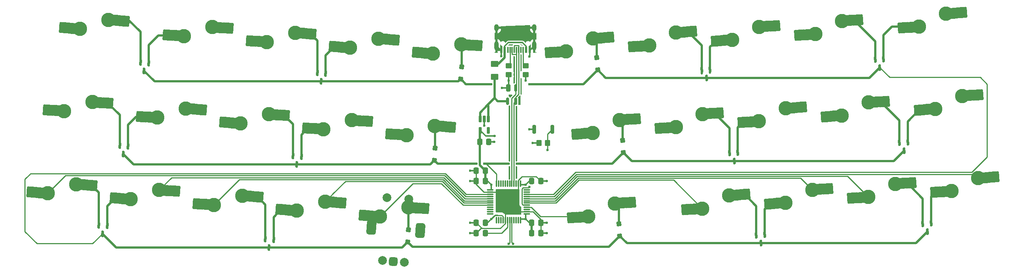
<source format=gbr>
%TF.GenerationSoftware,KiCad,Pcbnew,8.0.3*%
%TF.CreationDate,2024-09-04T22:14:08+02:00*%
%TF.ProjectId,peanut,7065616e-7574-42e6-9b69-6361645f7063,rev?*%
%TF.SameCoordinates,Original*%
%TF.FileFunction,Copper,L2,Bot*%
%TF.FilePolarity,Positive*%
%FSLAX46Y46*%
G04 Gerber Fmt 4.6, Leading zero omitted, Abs format (unit mm)*
G04 Created by KiCad (PCBNEW 8.0.3) date 2024-09-04 22:14:08*
%MOMM*%
%LPD*%
G01*
G04 APERTURE LIST*
G04 Aperture macros list*
%AMRoundRect*
0 Rectangle with rounded corners*
0 $1 Rounding radius*
0 $2 $3 $4 $5 $6 $7 $8 $9 X,Y pos of 4 corners*
0 Add a 4 corners polygon primitive as box body*
4,1,4,$2,$3,$4,$5,$6,$7,$8,$9,$2,$3,0*
0 Add four circle primitives for the rounded corners*
1,1,$1+$1,$2,$3*
1,1,$1+$1,$4,$5*
1,1,$1+$1,$6,$7*
1,1,$1+$1,$8,$9*
0 Add four rect primitives between the rounded corners*
20,1,$1+$1,$2,$3,$4,$5,0*
20,1,$1+$1,$4,$5,$6,$7,0*
20,1,$1+$1,$6,$7,$8,$9,0*
20,1,$1+$1,$8,$9,$2,$3,0*%
%AMRotRect*
0 Rectangle, with rotation*
0 The origin of the aperture is its center*
0 $1 length*
0 $2 width*
0 $3 Rotation angle, in degrees counterclockwise*
0 Add horizontal line*
21,1,$1,$2,0,0,$3*%
G04 Aperture macros list end*
%TA.AperFunction,ComponentPad*%
%ADD10C,2.000000*%
%TD*%
%TA.AperFunction,ComponentPad*%
%ADD11RoundRect,0.500000X0.463904X-0.533660X0.533660X0.463904X-0.463904X0.533660X-0.533660X-0.463904X0*%
%TD*%
%TA.AperFunction,ComponentPad*%
%ADD12RoundRect,0.550000X0.468440X-1.185565X0.628880X1.108833X-0.468440X1.185565X-0.628880X-1.108833X0*%
%TD*%
%TA.AperFunction,ComponentPad*%
%ADD13C,3.300000*%
%TD*%
%TA.AperFunction,SMDPad,CuDef*%
%ADD14RotRect,1.650000X2.500000X4.000000*%
%TD*%
%TA.AperFunction,SMDPad,CuDef*%
%ADD15RoundRect,0.250000X0.952747X1.069064X-1.092260X0.926064X-0.952747X-1.069064X1.092260X-0.926064X0*%
%TD*%
%TA.AperFunction,SMDPad,CuDef*%
%ADD16RotRect,1.650000X2.500000X184.000000*%
%TD*%
%TA.AperFunction,SMDPad,CuDef*%
%ADD17RotRect,1.650000X2.500000X356.000000*%
%TD*%
%TA.AperFunction,SMDPad,CuDef*%
%ADD18RoundRect,0.250000X1.092260X0.926064X-0.952747X1.069064X-1.092260X-0.926064X0.952747X-1.069064X0*%
%TD*%
%TA.AperFunction,SMDPad,CuDef*%
%ADD19RotRect,1.650000X2.500000X176.000000*%
%TD*%
%TA.AperFunction,SMDPad,CuDef*%
%ADD20RoundRect,0.250000X0.320196X-0.278342X0.278342X0.320196X-0.320196X0.278342X-0.278342X-0.320196X0*%
%TD*%
%TA.AperFunction,SMDPad,CuDef*%
%ADD21RoundRect,0.150000X-0.108653X0.596532X-0.190617X-0.575605X0.108653X-0.596532X0.190617X0.575605X0*%
%TD*%
%TA.AperFunction,SMDPad,CuDef*%
%ADD22RoundRect,0.250000X0.337500X0.475000X-0.337500X0.475000X-0.337500X-0.475000X0.337500X-0.475000X0*%
%TD*%
%TA.AperFunction,SMDPad,CuDef*%
%ADD23RoundRect,0.150000X-0.190617X0.575605X-0.108653X-0.596532X0.190617X-0.575605X0.108653X0.596532X0*%
%TD*%
%TA.AperFunction,SMDPad,CuDef*%
%ADD24RoundRect,0.250000X0.278342X-0.320196X0.320196X0.278342X-0.278342X0.320196X-0.320196X-0.278342X0*%
%TD*%
%TA.AperFunction,SMDPad,CuDef*%
%ADD25R,0.600000X1.450000*%
%TD*%
%TA.AperFunction,SMDPad,CuDef*%
%ADD26R,0.300000X1.450000*%
%TD*%
%TA.AperFunction,ComponentPad*%
%ADD27O,1.000000X1.600000*%
%TD*%
%TA.AperFunction,ComponentPad*%
%ADD28O,1.000000X2.100000*%
%TD*%
%TA.AperFunction,SMDPad,CuDef*%
%ADD29RoundRect,0.250000X-0.250000X0.600000X-0.250000X-0.600000X0.250000X-0.600000X0.250000X0.600000X0*%
%TD*%
%TA.AperFunction,SMDPad,CuDef*%
%ADD30RoundRect,0.150000X-0.150000X0.700000X-0.150000X-0.700000X0.150000X-0.700000X0.150000X0.700000X0*%
%TD*%
%TA.AperFunction,SMDPad,CuDef*%
%ADD31RoundRect,0.200000X-0.200000X-0.800000X0.200000X-0.800000X0.200000X0.800000X-0.200000X0.800000X0*%
%TD*%
%TA.AperFunction,SMDPad,CuDef*%
%ADD32RoundRect,0.075000X0.075000X-0.662500X0.075000X0.662500X-0.075000X0.662500X-0.075000X-0.662500X0*%
%TD*%
%TA.AperFunction,SMDPad,CuDef*%
%ADD33RoundRect,0.075000X0.662500X-0.075000X0.662500X0.075000X-0.662500X0.075000X-0.662500X-0.075000X0*%
%TD*%
%TA.AperFunction,SMDPad,CuDef*%
%ADD34RoundRect,0.250000X-0.337500X-0.475000X0.337500X-0.475000X0.337500X0.475000X-0.337500X0.475000X0*%
%TD*%
%TA.AperFunction,SMDPad,CuDef*%
%ADD35RoundRect,0.250000X-0.450000X0.350000X-0.450000X-0.350000X0.450000X-0.350000X0.450000X0.350000X0*%
%TD*%
%TA.AperFunction,SMDPad,CuDef*%
%ADD36RoundRect,0.250000X-0.350000X-0.450000X0.350000X-0.450000X0.350000X0.450000X-0.350000X0.450000X0*%
%TD*%
%TA.AperFunction,SMDPad,CuDef*%
%ADD37RoundRect,0.162500X-0.162500X0.617500X-0.162500X-0.617500X0.162500X-0.617500X0.162500X0.617500X0*%
%TD*%
%TA.AperFunction,SMDPad,CuDef*%
%ADD38RoundRect,0.250001X-0.624999X0.462499X-0.624999X-0.462499X0.624999X-0.462499X0.624999X0.462499X0*%
%TD*%
%TA.AperFunction,ViaPad*%
%ADD39C,0.600000*%
%TD*%
%TA.AperFunction,Conductor*%
%ADD40C,0.500000*%
%TD*%
%TA.AperFunction,Conductor*%
%ADD41C,0.250000*%
%TD*%
%TA.AperFunction,Conductor*%
%ADD42C,0.350000*%
%TD*%
G04 APERTURE END LIST*
D10*
%TO.P,SW1,A,A*%
%TO.N,ROT_a*%
X125141422Y-98389663D03*
%TO.P,SW1,B,B*%
%TO.N,ROT_b*%
X130129243Y-98738444D03*
D11*
%TO.P,SW1,C,C*%
%TO.N,GND*%
X127635333Y-98564053D03*
D12*
%TO.P,SW1,MP*%
%TO.N,N/C*%
X122572147Y-90691686D03*
X133744865Y-91472960D03*
D10*
%TO.P,SW1,S1,S1*%
%TO.N,s1*%
X131140712Y-84273765D03*
%TO.P,SW1,S2,S2*%
%TO.N,COL4*%
X126152892Y-83924984D03*
%TD*%
D13*
%TO.P,MX19,1,1*%
%TO.N,COL8*%
X230261568Y-65127061D03*
D14*
X228441010Y-65254368D03*
D15*
X226720212Y-65374697D03*
%TO.P,MX19,2,2*%
%TO.N,Net-(D13-A1)*%
X239960267Y-61902660D03*
D16*
X238214530Y-62024734D03*
D13*
X236418915Y-62150295D03*
%TD*%
%TO.P,MX14,1,1*%
%TO.N,Net-(D4-A2)*%
X111611133Y-68282496D03*
D17*
X109790579Y-68155192D03*
D18*
X108069781Y-68034861D03*
%TO.P,MX14,2,2*%
%TO.N,COL3*%
X121664199Y-66439275D03*
D19*
X119918462Y-66317199D03*
D13*
X118122847Y-66191638D03*
%TD*%
D20*
%TO.P,D6,1,K*%
%TO.N,ROW0*%
X174392944Y-54702972D03*
%TO.P,D6,2,A*%
%TO.N,Net-(D6-A)*%
X174197628Y-51909792D03*
%TD*%
D13*
%TO.P,MX29,1,1*%
%TO.N,COL8*%
X236341432Y-83798443D03*
D14*
X234520874Y-83925750D03*
D15*
X232800076Y-84046079D03*
%TO.P,MX29,2,2*%
%TO.N,Net-(D12-A1)*%
X246040131Y-80574042D03*
D16*
X244294394Y-80696116D03*
D13*
X242498779Y-80821677D03*
%TD*%
D21*
%TO.P,D4,1,A1*%
%TO.N,Net-(D4-A1)*%
X104686461Y-74404765D03*
%TO.P,D4,2,A2*%
%TO.N,Net-(D4-A2)*%
X106581833Y-74537302D03*
%TO.P,D4,3,K*%
%TO.N,ROW1*%
X105503353Y-76341466D03*
%TD*%
D22*
%TO.P,C5,1*%
%TO.N,+3.3V*%
X148675000Y-89693750D03*
%TO.P,C5,2*%
%TO.N,GND*%
X146600000Y-89693750D03*
%TD*%
D13*
%TO.P,MX11,1,1*%
%TO.N,COL0*%
X52224898Y-64129807D03*
D17*
X50404344Y-64002502D03*
D18*
X48683546Y-63882172D03*
%TO.P,MX11,2,2*%
%TO.N,Net-(D3-A1)*%
X62277964Y-62286584D03*
D19*
X60532227Y-62164510D03*
D13*
X58736612Y-62038948D03*
%TD*%
D22*
%TO.P,C1,1*%
%TO.N,+3.3V*%
X148675000Y-80168750D03*
%TO.P,C1,2*%
%TO.N,GND*%
X146600000Y-80168750D03*
%TD*%
D13*
%TO.P,MX5,1,1*%
%TO.N,COL4*%
X136694487Y-50939977D03*
D17*
X134873933Y-50812673D03*
D18*
X133153135Y-50692342D03*
%TO.P,MX5,2,2*%
%TO.N,Net-(D5-A)*%
X146747553Y-49096756D03*
D19*
X145001816Y-48974680D03*
D13*
X143206201Y-48849119D03*
%TD*%
%TO.P,MX1,1,1*%
%TO.N,COL0*%
X55929208Y-45292319D03*
D17*
X54108654Y-45165014D03*
D18*
X52387856Y-45044684D03*
%TO.P,MX1,2,2*%
%TO.N,Net-(D1-A1)*%
X65982274Y-43449096D03*
D19*
X64236537Y-43327022D03*
D13*
X62440922Y-43201460D03*
%TD*%
D20*
%TO.P,D16,1,K*%
%TO.N,ROW1*%
X180278908Y-73627840D03*
%TO.P,D16,2,A*%
%TO.N,Net-(D16-A)*%
X180083592Y-70834660D03*
%TD*%
D23*
%TO.P,D13,1,A1*%
%TO.N,Net-(D13-A1)*%
X243461917Y-71362302D03*
%TO.P,D13,2,A2*%
%TO.N,Net-(D13-A2)*%
X245357289Y-71229765D03*
%TO.P,D13,3,K*%
%TO.N,ROW1*%
X244540397Y-73166466D03*
%TD*%
%TO.P,D9,1,A1*%
%TO.N,Net-(D9-A1)*%
X198218167Y-54693552D03*
%TO.P,D9,2,A2*%
%TO.N,Net-(D9-A2)*%
X200113539Y-54561015D03*
%TO.P,D9,3,K*%
%TO.N,ROW0*%
X199296647Y-56497716D03*
%TD*%
D21*
%TO.P,D2,1,A1*%
%TO.N,Net-(D2-A1)*%
X110242711Y-55354765D03*
%TO.P,D2,2,A2*%
%TO.N,Net-(D2-A2)*%
X112138083Y-55487302D03*
%TO.P,D2,3,K*%
%TO.N,ROW0*%
X111059603Y-57291466D03*
%TD*%
D24*
%TO.P,D5,1,K*%
%TO.N,ROW0*%
X143053585Y-56774303D03*
%TO.P,D5,2,A*%
%TO.N,Net-(D5-A)*%
X143248903Y-53981123D03*
%TD*%
D13*
%TO.P,MX23,1,1*%
%TO.N,COL2*%
X86527778Y-85625015D03*
D17*
X84707224Y-85497711D03*
D18*
X82986426Y-85377380D03*
%TO.P,MX23,2,2*%
%TO.N,Net-(D8-A1)*%
X96580844Y-83781794D03*
D19*
X94835107Y-83659718D03*
D13*
X93039492Y-83534157D03*
%TD*%
D21*
%TO.P,D7,1,A1*%
%TO.N,Net-(D7-A1)*%
X60236461Y-90279765D03*
%TO.P,D7,2,A2*%
%TO.N,Net-(D7-A2)*%
X62131833Y-90412302D03*
%TO.P,D7,3,K*%
%TO.N,ROW3*%
X61053353Y-92216466D03*
%TD*%
D13*
%TO.P,MX17,1,1*%
%TO.N,COL6*%
X192254450Y-67784801D03*
D14*
X190433892Y-67912108D03*
D15*
X188713094Y-68032437D03*
%TO.P,MX17,2,2*%
%TO.N,Net-(D10-A1)*%
X201953149Y-64560400D03*
D16*
X200207412Y-64682474D03*
D13*
X198411797Y-64808035D03*
%TD*%
D25*
%TO.P,J1,A1,GND*%
%TO.N,GND*%
X152325000Y-50082500D03*
%TO.P,J1,A4,VBUS*%
%TO.N,VBUS*%
X153125000Y-50082500D03*
D26*
%TO.P,J1,A5,CC1*%
%TO.N,Net-(J1-CC1)*%
X154325000Y-50082500D03*
%TO.P,J1,A6,D+*%
%TO.N,D+*%
X155325000Y-50082500D03*
%TO.P,J1,A7,D-*%
%TO.N,D-*%
X155825000Y-50082500D03*
%TO.P,J1,A8,SBU1*%
%TO.N,unconnected-(J1-SBU1-PadA8)*%
X156825000Y-50082500D03*
D25*
%TO.P,J1,A9,VBUS*%
%TO.N,VBUS*%
X158025000Y-50082500D03*
%TO.P,J1,A12,GND*%
%TO.N,GND*%
X158825000Y-50082500D03*
%TO.P,J1,B1,GND*%
X158825000Y-50082500D03*
%TO.P,J1,B4,VBUS*%
%TO.N,VBUS*%
X158025000Y-50082500D03*
D26*
%TO.P,J1,B5,CC2*%
%TO.N,Net-(J1-CC2)*%
X157325000Y-50082500D03*
%TO.P,J1,B6,D+*%
%TO.N,D+*%
X156325000Y-50082500D03*
%TO.P,J1,B7,D-*%
%TO.N,D-*%
X154825000Y-50082500D03*
%TO.P,J1,B8,SBU2*%
%TO.N,unconnected-(J1-SBU2-PadB8)*%
X153825000Y-50082500D03*
D25*
%TO.P,J1,B9,VBUS*%
%TO.N,VBUS*%
X153125000Y-50082500D03*
%TO.P,J1,B12,GND*%
%TO.N,GND*%
X152325000Y-50082500D03*
D27*
%TO.P,J1,S1,SHIELD*%
X151255000Y-44987500D03*
D28*
X151255000Y-49167500D03*
D27*
X159895000Y-44987500D03*
D28*
X159895000Y-49167500D03*
%TD*%
D22*
%TO.P,C6,1*%
%TO.N,+3.3V*%
X148675000Y-77787500D03*
%TO.P,C6,2*%
%TO.N,GND*%
X146600000Y-77787500D03*
%TD*%
D21*
%TO.P,D8,1,A1*%
%TO.N,Net-(D8-A1)*%
X98336461Y-93454765D03*
%TO.P,D8,2,A2*%
%TO.N,Net-(D8-A2)*%
X100231833Y-93587302D03*
%TO.P,D8,3,K*%
%TO.N,ROW3*%
X99153353Y-95391466D03*
%TD*%
D24*
%TO.P,D15,1,K*%
%TO.N,ROW1*%
X136973826Y-75445682D03*
%TO.P,D15,2,A*%
%TO.N,Net-(D15-A)*%
X137169144Y-72652502D03*
%TD*%
D29*
%TO.P,U3,1,GND*%
%TO.N,GND*%
X153931200Y-58825000D03*
D30*
%TO.P,U3,2,I/O1*%
%TO.N,D-*%
X155631200Y-58825000D03*
%TO.P,U3,3,I/O2*%
%TO.N,D+*%
X155631200Y-61825000D03*
%TO.P,U3,4,VCC*%
%TO.N,+5V*%
X153731200Y-61825000D03*
%TD*%
D13*
%TO.P,MX27,1,1*%
%TO.N,COL6*%
X198334184Y-86456183D03*
D14*
X196513626Y-86583490D03*
D15*
X194792828Y-86703819D03*
%TO.P,MX27,2,2*%
%TO.N,Net-(D11-A1)*%
X208032883Y-83231782D03*
D16*
X206287146Y-83353856D03*
D13*
X204491531Y-83479417D03*
%TD*%
D31*
%TO.P,SW2,1,1*%
%TO.N,+3.3V*%
X159825000Y-68262500D03*
%TO.P,SW2,2,2*%
%TO.N,BOOT0*%
X164025000Y-68262500D03*
%TD*%
D13*
%TO.P,MX20,1,1*%
%TO.N,Net-(D13-A2)*%
X251640711Y-63632167D03*
D14*
X249820153Y-63759473D03*
D15*
X248099355Y-63879803D03*
%TO.P,MX20,2,2*%
%TO.N,COL9*%
X261339410Y-60407766D03*
D16*
X259593673Y-60529840D03*
D13*
X257798058Y-60655401D03*
%TD*%
D21*
%TO.P,D3,1,A1*%
%TO.N,Net-(D3-A1)*%
X64998961Y-72023515D03*
%TO.P,D3,2,A2*%
%TO.N,Net-(D3-A2)*%
X66894333Y-72156052D03*
%TO.P,D3,3,K*%
%TO.N,ROW1*%
X65815853Y-73960216D03*
%TD*%
D32*
%TO.P,U1,1,VBAT*%
%TO.N,+3.3V*%
X156737500Y-89093750D03*
%TO.P,U1,2,PC13*%
%TO.N,unconnected-(U1-PC13-Pad2)*%
X156237500Y-89093750D03*
%TO.P,U1,3,PC14*%
%TO.N,unconnected-(U1-PC14-Pad3)*%
X155737500Y-89093750D03*
%TO.P,U1,4,PC15*%
%TO.N,unconnected-(U1-PC15-Pad4)*%
X155237500Y-89093750D03*
%TO.P,U1,5,PF0*%
%TO.N,ROT_a*%
X154737500Y-89093750D03*
%TO.P,U1,6,PF1*%
%TO.N,ROT_b*%
X154237500Y-89093750D03*
%TO.P,U1,7,NRST*%
%TO.N,NRST*%
X153737500Y-89093750D03*
%TO.P,U1,8,VSSA*%
%TO.N,GND*%
X153237500Y-89093750D03*
%TO.P,U1,9,VDDA*%
%TO.N,+3.3V*%
X152737500Y-89093750D03*
%TO.P,U1,10,PA0*%
%TO.N,unconnected-(U1-PA0-Pad10)*%
X152237500Y-89093750D03*
%TO.P,U1,11,PA1*%
%TO.N,unconnected-(U1-PA1-Pad11)*%
X151737500Y-89093750D03*
%TO.P,U1,12,PA2*%
%TO.N,unconnected-(U1-PA2-Pad12)*%
X151237500Y-89093750D03*
D33*
%TO.P,U1,13,PA3*%
%TO.N,unconnected-(U1-PA3-Pad13)*%
X149825000Y-87681250D03*
%TO.P,U1,14,PA4*%
%TO.N,unconnected-(U1-PA4-Pad14)*%
X149825000Y-87181250D03*
%TO.P,U1,15,PA5*%
%TO.N,unconnected-(U1-PA5-Pad15)*%
X149825000Y-86681250D03*
%TO.P,U1,16,PA6*%
%TO.N,unconnected-(U1-PA6-Pad16)*%
X149825000Y-86181250D03*
%TO.P,U1,17,PA7*%
%TO.N,COL4*%
X149825000Y-85681250D03*
%TO.P,U1,18,PB0*%
%TO.N,COL3*%
X149825000Y-85181250D03*
%TO.P,U1,19,PB1*%
%TO.N,COL2*%
X149825000Y-84681250D03*
%TO.P,U1,20,PB2*%
%TO.N,COL1*%
X149825000Y-84181250D03*
%TO.P,U1,21,PB10*%
%TO.N,COL0*%
X149825000Y-83681250D03*
%TO.P,U1,22,PB11*%
%TO.N,ROW3*%
X149825000Y-83181250D03*
%TO.P,U1,23,VSS*%
%TO.N,GND*%
X149825000Y-82681250D03*
%TO.P,U1,24,VDD*%
%TO.N,+3.3V*%
X149825000Y-82181250D03*
D32*
%TO.P,U1,25,PB12*%
%TO.N,ROW1*%
X151237500Y-80768750D03*
%TO.P,U1,26,PB13*%
%TO.N,unconnected-(U1-PB13-Pad26)*%
X151737500Y-80768750D03*
%TO.P,U1,27,PB14*%
%TO.N,unconnected-(U1-PB14-Pad27)*%
X152237500Y-80768750D03*
%TO.P,U1,28,PB15*%
%TO.N,unconnected-(U1-PB15-Pad28)*%
X152737500Y-80768750D03*
%TO.P,U1,29,PA8*%
%TO.N,unconnected-(U1-PA8-Pad29)*%
X153237500Y-80768750D03*
%TO.P,U1,30,PA9*%
%TO.N,unconnected-(U1-PA9-Pad30)*%
X153737500Y-80768750D03*
%TO.P,U1,31,PA10*%
%TO.N,unconnected-(U1-PA10-Pad31)*%
X154237500Y-80768750D03*
%TO.P,U1,32,PA11*%
%TO.N,D-*%
X154737500Y-80768750D03*
%TO.P,U1,33,PA12*%
%TO.N,D+*%
X155237500Y-80768750D03*
%TO.P,U1,34,PA13*%
%TO.N,unconnected-(U1-PA13-Pad34)*%
X155737500Y-80768750D03*
%TO.P,U1,35,VSS*%
%TO.N,GND*%
X156237500Y-80768750D03*
%TO.P,U1,36,VDDIO2*%
%TO.N,+3.3V*%
X156737500Y-80768750D03*
D33*
%TO.P,U1,37,PA14*%
%TO.N,unconnected-(U1-PA14-Pad37)*%
X158150000Y-82181250D03*
%TO.P,U1,38,PA15*%
%TO.N,unconnected-(U1-PA15-Pad38)*%
X158150000Y-82681250D03*
%TO.P,U1,39,PB3*%
%TO.N,ROW0*%
X158150000Y-83181250D03*
%TO.P,U1,40,PB4*%
%TO.N,COL9*%
X158150000Y-83681250D03*
%TO.P,U1,41,PB5*%
%TO.N,COL8*%
X158150000Y-84181250D03*
%TO.P,U1,42,PB6*%
%TO.N,COL7*%
X158150000Y-84681250D03*
%TO.P,U1,43,PB7*%
%TO.N,COL6*%
X158150000Y-85181250D03*
%TO.P,U1,44,BOOT0*%
%TO.N,BOOT0*%
X158150000Y-85681250D03*
%TO.P,U1,45,PB8*%
%TO.N,COL5*%
X158150000Y-86181250D03*
%TO.P,U1,46,PB9*%
%TO.N,unconnected-(U1-PB9-Pad46)*%
X158150000Y-86681250D03*
%TO.P,U1,47,VSS*%
%TO.N,GND*%
X158150000Y-87181250D03*
%TO.P,U1,48,VDD*%
%TO.N,+3.3V*%
X158150000Y-87681250D03*
%TD*%
D13*
%TO.P,MX15,1,1*%
%TO.N,COL4*%
X130614728Y-69611357D03*
D17*
X128794174Y-69484053D03*
D18*
X127073376Y-69363722D03*
%TO.P,MX15,2,2*%
%TO.N,Net-(D15-A)*%
X140667794Y-67768136D03*
D19*
X138922057Y-67646060D03*
D13*
X137126442Y-67520499D03*
%TD*%
%TO.P,MX12,1,1*%
%TO.N,Net-(D3-A2)*%
X73603942Y-65624774D03*
D17*
X71783388Y-65497470D03*
D18*
X70062590Y-65377139D03*
%TO.P,MX12,2,2*%
%TO.N,COL1*%
X83657008Y-63781553D03*
D19*
X81911271Y-63659477D03*
D13*
X80115656Y-63533916D03*
%TD*%
D24*
%TO.P,D25,1,K*%
%TO.N,ROW3*%
X130894066Y-94117062D03*
%TO.P,D25,2,A*%
%TO.N,s1*%
X131089384Y-91323882D03*
%TD*%
D13*
%TO.P,MX16,1,1*%
%TO.N,COL5*%
X173250749Y-69113672D03*
D14*
X171430191Y-69240979D03*
D15*
X169709393Y-69361308D03*
%TO.P,MX16,2,2*%
%TO.N,Net-(D16-A)*%
X182949448Y-65889271D03*
D16*
X181203711Y-66011345D03*
D13*
X179408096Y-66136906D03*
%TD*%
%TO.P,MX7,1,1*%
%TO.N,COL6*%
X186174608Y-49113422D03*
D14*
X184354050Y-49240729D03*
D15*
X182633252Y-49361058D03*
%TO.P,MX7,2,2*%
%TO.N,Net-(D9-A1)*%
X195873307Y-45889021D03*
D16*
X194127570Y-46011095D03*
D13*
X192331955Y-46136656D03*
%TD*%
%TO.P,MX3,1,1*%
%TO.N,COL2*%
X98687297Y-48282255D03*
D17*
X96866743Y-48154951D03*
D18*
X95145945Y-48034620D03*
%TO.P,MX3,2,2*%
%TO.N,Net-(D2-A1)*%
X108740363Y-46439034D03*
D19*
X106994626Y-46316958D03*
D13*
X105199011Y-46191397D03*
%TD*%
%TO.P,MX8,1,1*%
%TO.N,Net-(D9-A2)*%
X205178285Y-47784552D03*
D14*
X203357727Y-47911859D03*
D15*
X201636929Y-48032188D03*
%TO.P,MX8,2,2*%
%TO.N,COL7*%
X214876984Y-44560151D03*
D16*
X213131247Y-44682225D03*
D13*
X211335632Y-44807786D03*
%TD*%
%TO.P,MX26,1,1*%
%TO.N,COL5*%
X172204210Y-88283396D03*
D14*
X170383652Y-88410702D03*
D15*
X168662854Y-88531032D03*
%TO.P,MX26,2,2*%
%TO.N,Net-(D26-A)*%
X181902909Y-85058995D03*
D16*
X180157172Y-85181069D03*
D13*
X178361557Y-85306630D03*
%TD*%
%TO.P,MX21,1,1*%
%TO.N,COL0*%
X48520588Y-82967293D03*
D17*
X46700034Y-82839989D03*
D18*
X44979236Y-82719658D03*
%TO.P,MX21,2,2*%
%TO.N,Net-(D7-A1)*%
X58573654Y-81124072D03*
D19*
X56827917Y-81001996D03*
D13*
X55032302Y-80876435D03*
%TD*%
D34*
%TO.P,C2,1*%
%TO.N,+3.3V*%
X159300000Y-80168750D03*
%TO.P,C2,2*%
%TO.N,GND*%
X161375000Y-80168750D03*
%TD*%
D13*
%TO.P,MX28,1,1*%
%TO.N,Net-(D11-A2)*%
X217337747Y-85127314D03*
D14*
X215517189Y-85254621D03*
D15*
X213796391Y-85374950D03*
%TO.P,MX28,2,2*%
%TO.N,COL7*%
X227036446Y-81902913D03*
D16*
X225290709Y-82024987D03*
D13*
X223495094Y-82150548D03*
%TD*%
D35*
%TO.P,R3,1*%
%TO.N,Net-(J1-CC2)*%
X157956250Y-53768750D03*
%TO.P,R3,2*%
%TO.N,GND*%
X157956250Y-55768750D03*
%TD*%
D13*
%TO.P,MX18,1,1*%
%TO.N,Net-(D10-A2)*%
X211258013Y-66455934D03*
D14*
X209437455Y-66583241D03*
D15*
X207716657Y-66703570D03*
%TO.P,MX18,2,2*%
%TO.N,COL7*%
X220956712Y-63231533D03*
D16*
X219210975Y-63353607D03*
D13*
X217415360Y-63479168D03*
%TD*%
D34*
%TO.P,C8,1*%
%TO.N,+3.3V*%
X147393750Y-71200000D03*
%TO.P,C8,2*%
%TO.N,GND*%
X149468750Y-71200000D03*
%TD*%
D13*
%TO.P,MX30,1,1*%
%TO.N,Net-(D12-A2)*%
X255345003Y-82469576D03*
D14*
X253524445Y-82596883D03*
D15*
X251803647Y-82717212D03*
%TO.P,MX30,2,2*%
%TO.N,COL9*%
X265043702Y-79245175D03*
D16*
X263297965Y-79367249D03*
D13*
X261502350Y-79492810D03*
%TD*%
%TO.P,MX4,1,1*%
%TO.N,Net-(D2-A2)*%
X117690892Y-49611116D03*
D17*
X115870338Y-49483812D03*
D18*
X114149540Y-49363481D03*
%TO.P,MX4,2,2*%
%TO.N,COL3*%
X127743958Y-47767895D03*
D19*
X125998221Y-47645819D03*
D13*
X124202606Y-47520258D03*
%TD*%
D36*
%TO.P,R1,1*%
%TO.N,GND*%
X160925000Y-71437500D03*
%TO.P,R1,2*%
%TO.N,BOOT0*%
X162925000Y-71437500D03*
%TD*%
D13*
%TO.P,MX6,1,1*%
%TO.N,COL5*%
X167171030Y-50442292D03*
D14*
X165350472Y-50569599D03*
D15*
X163629674Y-50689928D03*
%TO.P,MX6,2,2*%
%TO.N,Net-(D6-A)*%
X176869729Y-47217891D03*
D16*
X175123992Y-47339965D03*
D13*
X173328377Y-47465526D03*
%TD*%
D34*
%TO.P,C3,1*%
%TO.N,+3.3V*%
X159300000Y-89693750D03*
%TO.P,C3,2*%
%TO.N,GND*%
X161375000Y-89693750D03*
%TD*%
D22*
%TO.P,C7,1*%
%TO.N,NRST*%
X148675000Y-92075000D03*
%TO.P,C7,2*%
%TO.N,GND*%
X146600000Y-92075000D03*
%TD*%
D13*
%TO.P,MX25,1,1*%
%TO.N,COL4*%
X124534968Y-88282737D03*
D17*
X122714414Y-88155433D03*
D18*
X120993616Y-88035102D03*
%TO.P,MX25,2,2*%
%TO.N,s1*%
X134588034Y-86439516D03*
D19*
X132842297Y-86317440D03*
D13*
X131046682Y-86191879D03*
%TD*%
D37*
%TO.P,U2,1,VIN*%
%TO.N,+5V*%
X147481250Y-65881250D03*
%TO.P,U2,2,GND*%
%TO.N,GND*%
X148431250Y-65881250D03*
%TO.P,U2,3,EN*%
%TO.N,+5V*%
X149381250Y-65881250D03*
%TO.P,U2,4,NC*%
%TO.N,unconnected-(U2-NC-Pad4)*%
X149381250Y-68581250D03*
%TO.P,U2,5,VOUT*%
%TO.N,+3.3V*%
X147481250Y-68581250D03*
%TD*%
D38*
%TO.P,F1,1*%
%TO.N,VBUS*%
X150812500Y-53281250D03*
%TO.P,F1,2*%
%TO.N,+5V*%
X150812500Y-56256250D03*
%TD*%
D13*
%TO.P,MX2,1,1*%
%TO.N,Net-(D1-A2)*%
X79683702Y-46953394D03*
D17*
X77863148Y-46826090D03*
D18*
X76142350Y-46705759D03*
%TO.P,MX2,2,2*%
%TO.N,COL1*%
X89736768Y-45110173D03*
D19*
X87991031Y-44988097D03*
D13*
X86195416Y-44862536D03*
%TD*%
%TO.P,MX10,1,1*%
%TO.N,Net-(D14-A2)*%
X247936418Y-44794627D03*
D14*
X246115860Y-44921933D03*
D15*
X244395062Y-45042263D03*
%TO.P,MX10,2,2*%
%TO.N,COL9*%
X257635117Y-41570226D03*
D16*
X255889380Y-41692300D03*
D13*
X254093765Y-41817861D03*
%TD*%
D35*
%TO.P,R2,1*%
%TO.N,Net-(J1-CC1)*%
X153987500Y-53768750D03*
%TO.P,R2,2*%
%TO.N,GND*%
X153987500Y-55768750D03*
%TD*%
D13*
%TO.P,MX22,1,1*%
%TO.N,Net-(D7-A2)*%
X67524183Y-84296154D03*
D17*
X65703629Y-84168850D03*
D18*
X63982831Y-84048519D03*
%TO.P,MX22,2,2*%
%TO.N,COL1*%
X77577249Y-82452933D03*
D19*
X75831512Y-82330857D03*
D13*
X74035897Y-82205296D03*
%TD*%
%TO.P,MX24,1,1*%
%TO.N,Net-(D8-A2)*%
X105531373Y-86953876D03*
D17*
X103710819Y-86826572D03*
D18*
X101990021Y-86706241D03*
%TO.P,MX24,2,2*%
%TO.N,COL3*%
X115584439Y-85110655D03*
D19*
X113838702Y-84988579D03*
D13*
X112043087Y-84863018D03*
%TD*%
D23*
%TO.P,D14,1,A1*%
%TO.N,Net-(D14-A1)*%
X237905667Y-52312302D03*
%TO.P,D14,2,A2*%
%TO.N,Net-(D14-A2)*%
X239801039Y-52179765D03*
%TO.P,D14,3,K*%
%TO.N,ROW0*%
X238984147Y-54116466D03*
%TD*%
%TO.P,D10,1,A1*%
%TO.N,Net-(D10-A1)*%
X204568167Y-73743552D03*
%TO.P,D10,2,A2*%
%TO.N,Net-(D10-A2)*%
X206463539Y-73611015D03*
%TO.P,D10,3,K*%
%TO.N,ROW1*%
X205646647Y-75547716D03*
%TD*%
D34*
%TO.P,C4,1*%
%TO.N,+3.3V*%
X159300000Y-92075000D03*
%TO.P,C4,2*%
%TO.N,GND*%
X161375000Y-92075000D03*
%TD*%
D21*
%TO.P,D1,1,A1*%
%TO.N,Net-(D1-A1)*%
X69761461Y-52973515D03*
%TO.P,D1,2,A2*%
%TO.N,Net-(D1-A2)*%
X71656833Y-53106052D03*
%TO.P,D1,3,K*%
%TO.N,ROW0*%
X70578353Y-54910216D03*
%TD*%
D23*
%TO.P,D11,1,A1*%
%TO.N,Net-(D11-A1)*%
X210674425Y-92584846D03*
%TO.P,D11,2,A2*%
%TO.N,Net-(D11-A2)*%
X212569797Y-92452309D03*
%TO.P,D11,3,K*%
%TO.N,ROW3*%
X211752905Y-94389010D03*
%TD*%
%TO.P,D12,1,A1*%
%TO.N,Net-(D12-A1)*%
X248794207Y-89929346D03*
%TO.P,D12,2,A2*%
%TO.N,Net-(D12-A2)*%
X250689579Y-89796809D03*
%TO.P,D12,3,K*%
%TO.N,ROW3*%
X249872687Y-91733510D03*
%TD*%
D20*
%TO.P,D26,1,K*%
%TO.N,ROW3*%
X179454767Y-92741777D03*
%TO.P,D26,2,A*%
%TO.N,Net-(D26-A)*%
X179259449Y-89948597D03*
%TD*%
D13*
%TO.P,MX9,1,1*%
%TO.N,COL8*%
X224181856Y-46455683D03*
D14*
X222361298Y-46582990D03*
D15*
X220640500Y-46703319D03*
%TO.P,MX9,2,2*%
%TO.N,Net-(D14-A1)*%
X233880555Y-43231282D03*
D16*
X232134818Y-43353356D03*
D13*
X230339203Y-43478917D03*
%TD*%
%TO.P,MX13,1,1*%
%TO.N,COL2*%
X92607537Y-66953635D03*
D17*
X90786983Y-66826331D03*
D18*
X89066185Y-66706000D03*
%TO.P,MX13,2,2*%
%TO.N,Net-(D4-A1)*%
X102660603Y-65110414D03*
D19*
X100914866Y-64988338D03*
D13*
X99119251Y-64862777D03*
%TD*%
D39*
%TO.N,ROW0*%
X158750000Y-57943750D03*
X150018750Y-57943750D03*
%TO.N,ROW1*%
X148431250Y-76200000D03*
X155862500Y-76200000D03*
X146643750Y-76205755D03*
X153987500Y-76205755D03*
%TO.N,ROT_a*%
X155018169Y-94500000D03*
%TO.N,ROT_b*%
X153987500Y-94500000D03*
%TO.N,GND*%
X150760469Y-71203708D03*
X145256250Y-77787500D03*
X152357169Y-51550919D03*
X145256250Y-89693750D03*
X145256250Y-92075000D03*
X153987500Y-84931250D03*
X162718750Y-80168750D03*
X157956250Y-57150000D03*
X162718750Y-92075000D03*
X162718750Y-89693750D03*
X153987500Y-57150000D03*
X159543750Y-71437500D03*
X145256250Y-80168750D03*
X152469068Y-58823836D03*
X158750000Y-51593750D03*
X148431250Y-67468750D03*
%TO.N,+3.3V*%
X157956250Y-80962500D03*
X150812500Y-69850000D03*
X158750000Y-68262500D03*
X150018750Y-88900000D03*
X157956250Y-88900000D03*
X150018750Y-80962500D03*
%TO.N,BOOT0*%
X158750000Y-81531250D03*
X162918650Y-73035805D03*
%TD*%
D40*
%TO.N,Net-(D1-A2)*%
X71656833Y-53106052D02*
X71656833Y-51374417D01*
X71656833Y-53106052D02*
X71656833Y-48993167D01*
X76077856Y-46953394D02*
X79683702Y-46953394D01*
X73823910Y-46826090D02*
X77863148Y-46826090D01*
X71656833Y-48993167D02*
X73823910Y-46826090D01*
%TO.N,Net-(D1-A1)*%
X67013960Y-43201460D02*
X62440922Y-43201460D01*
X69761461Y-45948961D02*
X67013960Y-43201460D01*
X69761461Y-52973515D02*
X69761461Y-45948961D01*
D41*
%TO.N,ROW0*%
X158150000Y-83181250D02*
X164304416Y-83181250D01*
D40*
X111059603Y-57291466D02*
X142536422Y-57291466D01*
X143053585Y-56774303D02*
X143429282Y-57150000D01*
X70578353Y-54910216D02*
X72959603Y-57291466D01*
D41*
X263525000Y-57943750D02*
X261937500Y-56356250D01*
D40*
X176187688Y-56497716D02*
X199296647Y-56497716D01*
X171152166Y-57943750D02*
X174392944Y-54702972D01*
D41*
X241223931Y-56356250D02*
X238984147Y-54116466D01*
D40*
X236602897Y-56497716D02*
X238984147Y-54116466D01*
X174392944Y-54702972D02*
X176187688Y-56497716D01*
D41*
X260006250Y-78131250D02*
X263525000Y-74612500D01*
X164304416Y-83181250D02*
X169354416Y-78131250D01*
D40*
X142536422Y-57291466D02*
X143053585Y-56774303D01*
D41*
X261937500Y-56356250D02*
X241223931Y-56356250D01*
X263525000Y-74612500D02*
X263525000Y-57943750D01*
D40*
X199296647Y-56497716D02*
X236602897Y-56497716D01*
X72959603Y-57291466D02*
X111059603Y-57291466D01*
X144223032Y-57943750D02*
X150018750Y-57943750D01*
D41*
X169354416Y-78131250D02*
X260006250Y-78131250D01*
D40*
X158750000Y-57943750D02*
X171152166Y-57943750D01*
X143429282Y-57150000D02*
X144223032Y-57943750D01*
%TO.N,Net-(D2-A1)*%
X108492726Y-46191397D02*
X108740363Y-46439034D01*
X110242711Y-55354765D02*
X110242711Y-47941382D01*
X105199011Y-46191397D02*
X108492726Y-46191397D01*
X110242711Y-47941382D02*
X108740363Y-46439034D01*
%TO.N,Net-(D2-A2)*%
X112138083Y-55487302D02*
X112138083Y-51374938D01*
X112138083Y-51374938D02*
X114149540Y-49363481D01*
X117690892Y-49611116D02*
X114397175Y-49611116D01*
X114397175Y-49611116D02*
X114149540Y-49363481D01*
%TO.N,Net-(D3-A2)*%
X66894333Y-72156052D02*
X66894333Y-67249417D01*
X68766611Y-65377139D02*
X70062590Y-65377139D01*
X73356307Y-65377139D02*
X73603942Y-65624774D01*
X70062590Y-65377139D02*
X73356307Y-65377139D01*
X66894333Y-67249417D02*
X68766611Y-65377139D01*
%TO.N,ROW1*%
X148437005Y-76205755D02*
X148431250Y-76200000D01*
X177706748Y-76200000D02*
X180278908Y-73627840D01*
X137728144Y-76200000D02*
X146637995Y-76200000D01*
X205646647Y-75547716D02*
X185737500Y-75547716D01*
X244540397Y-73166466D02*
X242159147Y-75547716D01*
D41*
X151237500Y-78540622D02*
X151237500Y-80768750D01*
D40*
X153987500Y-76205755D02*
X148437005Y-76205755D01*
D41*
X148896878Y-76200000D02*
X151237500Y-78540622D01*
D40*
X65815853Y-73960216D02*
X68197103Y-76341466D01*
X155862500Y-76200000D02*
X177706748Y-76200000D01*
X136078042Y-76341466D02*
X136973826Y-75445682D01*
X242159147Y-75547716D02*
X205646647Y-75547716D01*
X146637995Y-76200000D02*
X146643750Y-76205755D01*
X180278908Y-73627840D02*
X182198784Y-75547716D01*
X68197103Y-76341466D02*
X105503353Y-76341466D01*
D41*
X148431250Y-76200000D02*
X148896878Y-76200000D01*
D40*
X105503353Y-76341466D02*
X136078042Y-76341466D01*
X182198784Y-75547716D02*
X185737500Y-75547716D01*
X136973826Y-75445682D02*
X137728144Y-76200000D01*
%TO.N,Net-(D3-A1)*%
X62277964Y-62286584D02*
X58984248Y-62286584D01*
X64998961Y-65007581D02*
X62277964Y-62286584D01*
X58984248Y-62286584D02*
X58736612Y-62038948D01*
X64998961Y-72023515D02*
X64998961Y-65007581D01*
%TO.N,Net-(D4-A2)*%
X106581833Y-74537302D02*
X106581833Y-69522809D01*
X108317416Y-68282496D02*
X108069781Y-68034861D01*
X106581833Y-69522809D02*
X108069781Y-68034861D01*
X111611133Y-68282496D02*
X108317416Y-68282496D01*
%TO.N,Net-(D4-A1)*%
X102412966Y-64862777D02*
X102660603Y-65110414D01*
X104686461Y-67136272D02*
X102660603Y-65110414D01*
X104686461Y-74404765D02*
X104686461Y-67136272D01*
X99119251Y-64862777D02*
X102412966Y-64862777D01*
%TO.N,ROW3*%
X61053353Y-92216466D02*
X64228353Y-95391466D01*
D41*
X139570185Y-78451435D02*
X47625000Y-78451435D01*
X43310868Y-79720382D02*
X43656250Y-79375000D01*
X47625000Y-78451435D02*
X44579815Y-78451435D01*
D40*
X247217187Y-94389010D02*
X211752905Y-94389010D01*
X211752905Y-94389010D02*
X183356250Y-94389010D01*
D41*
X44579815Y-78451435D02*
X44450000Y-78581250D01*
X149825000Y-83181250D02*
X144300000Y-83181250D01*
D40*
X130894066Y-94117062D02*
X132027004Y-95250000D01*
X132027004Y-95250000D02*
X176946544Y-95250000D01*
D41*
X43310868Y-90142118D02*
X43310868Y-79720382D01*
D40*
X179454767Y-92741777D02*
X181102000Y-94389010D01*
X249872687Y-91733510D02*
X247217187Y-94389010D01*
D41*
X144300000Y-83181250D02*
X139570185Y-78451435D01*
X46167315Y-78451435D02*
X47625000Y-78451435D01*
X43656250Y-79375000D02*
X44450000Y-78581250D01*
X43310868Y-91729618D02*
X46037500Y-94456250D01*
D40*
X181102000Y-94389010D02*
X183356250Y-94389010D01*
D41*
X43310868Y-90142118D02*
X43310868Y-91729618D01*
D40*
X64228353Y-95391466D02*
X99153353Y-95391466D01*
X176946544Y-95250000D02*
X179454767Y-92741777D01*
X99153353Y-95391466D02*
X129619662Y-95391466D01*
D41*
X58813569Y-94456250D02*
X61053353Y-92216466D01*
D40*
X129619662Y-95391466D02*
X130894066Y-94117062D01*
D41*
X46037500Y-94456250D02*
X58813569Y-94456250D01*
D40*
%TO.N,Net-(D7-A1)*%
X60236461Y-90279765D02*
X60236461Y-82786879D01*
X55032302Y-80876435D02*
X58326017Y-80876435D01*
X60236461Y-82786879D02*
X58573654Y-81124072D01*
X58326017Y-80876435D02*
X58573654Y-81124072D01*
%TO.N,Net-(D7-A2)*%
X62131833Y-85899517D02*
X63982831Y-84048519D01*
X63982831Y-84048519D02*
X67276548Y-84048519D01*
X67276548Y-84048519D02*
X67524183Y-84296154D01*
X62131833Y-90412302D02*
X62131833Y-85899517D01*
%TO.N,Net-(D8-A1)*%
X93039492Y-83534157D02*
X96333207Y-83534157D01*
X98336461Y-93454765D02*
X98336461Y-85537411D01*
X96333207Y-83534157D02*
X96580844Y-83781794D01*
X98336461Y-85537411D02*
X96580844Y-83781794D01*
%TO.N,Net-(D8-A2)*%
X101990021Y-86706241D02*
X105283738Y-86706241D01*
X100231833Y-88464429D02*
X101990021Y-86706241D01*
X100231833Y-93587302D02*
X100231833Y-88464429D01*
X105283738Y-86706241D02*
X105531373Y-86953876D01*
%TO.N,Net-(D9-A1)*%
X191845777Y-46501464D02*
X195139494Y-46501464D01*
X198218167Y-49084867D02*
X195387129Y-46253829D01*
X195139494Y-46501464D02*
X195387129Y-46253829D01*
X198218167Y-55487302D02*
X198218167Y-49084867D01*
%TO.N,Net-(D9-A2)*%
X200113539Y-55354765D02*
X200113539Y-49434137D01*
X201398306Y-48149370D02*
X201150670Y-48397006D01*
X200113539Y-49434137D02*
X201150670Y-48397006D01*
X204692024Y-48149370D02*
X201398306Y-48149370D01*
%TO.N,Net-(D10-A2)*%
X206463539Y-73611015D02*
X206463539Y-67835276D01*
X206463539Y-67835276D02*
X207230429Y-67068386D01*
X207230429Y-67068386D02*
X210524147Y-67068386D01*
X210524147Y-67068386D02*
X210771783Y-66820750D01*
%TO.N,Net-(D10-A1)*%
X197925537Y-65172844D02*
X201219254Y-65172844D01*
X204568167Y-68026487D02*
X201466889Y-64925209D01*
X204568167Y-73743552D02*
X204568167Y-68026487D01*
X201219254Y-65172844D02*
X201466889Y-64925209D01*
%TO.N,Net-(D5-A)*%
X143248903Y-48891821D02*
X143206201Y-48849119D01*
X143248903Y-53981123D02*
X143248903Y-48891821D01*
%TO.N,Net-(D11-A2)*%
X213796391Y-85374950D02*
X217090110Y-85374950D01*
X212569797Y-92452309D02*
X212569797Y-86601544D01*
X212569797Y-86601544D02*
X213796391Y-85374950D01*
X217090110Y-85374950D02*
X217337746Y-85127314D01*
%TO.N,Net-(D6-A)*%
X174197628Y-48334777D02*
X173328377Y-47465526D01*
X174197628Y-51909792D02*
X174197628Y-48334777D01*
%TO.N,Net-(D11-A1)*%
X210674425Y-85873324D02*
X208032883Y-83231782D01*
X210674425Y-92584846D02*
X210674425Y-85873324D01*
X208032883Y-83231782D02*
X204739166Y-83231782D01*
X204739166Y-83231782D02*
X204491531Y-83479417D01*
%TO.N,Net-(D12-A2)*%
X250689579Y-83709844D02*
X251802540Y-82596883D01*
X251802540Y-82596883D02*
X253524445Y-82596883D01*
X250689579Y-89796809D02*
X250689579Y-83709844D01*
X255217695Y-82596883D02*
X255345002Y-82469576D01*
X253524445Y-82596883D02*
X255217695Y-82596883D01*
%TO.N,Net-(D12-A1)*%
X246216861Y-81601889D02*
X245436649Y-80821677D01*
X248794207Y-89929346D02*
X248794207Y-84179236D01*
X248794207Y-84179236D02*
X246216861Y-81601889D01*
X246216861Y-81601889D02*
X245553839Y-80938868D01*
%TO.N,Net-(D13-A2)*%
X251154422Y-63996920D02*
X247860705Y-63996920D01*
X245357289Y-66500336D02*
X247613069Y-64244556D01*
X245357289Y-71229765D02*
X245357289Y-66500336D01*
X247860705Y-63996920D02*
X247613069Y-64244556D01*
%TO.N,Net-(D13-A1)*%
X243461917Y-66255326D02*
X239474079Y-62267488D01*
X239474079Y-62267488D02*
X236180362Y-62267488D01*
X243461917Y-71362302D02*
X243461917Y-66255326D01*
X236180362Y-62267488D02*
X235932727Y-62515123D01*
%TO.N,Net-(D14-A2)*%
X239801039Y-52179765D02*
X239801039Y-49514789D01*
X239801039Y-46742711D02*
X239801039Y-52179765D01*
X247936416Y-44794627D02*
X241749123Y-44794627D01*
X241749123Y-44794627D02*
X239801039Y-46742711D01*
%TO.N,Net-(D14-A1)*%
X233146685Y-43843743D02*
X233394320Y-43596108D01*
X229852968Y-43843743D02*
X233146685Y-43843743D01*
X237905667Y-52312302D02*
X237905667Y-48107455D01*
X237905667Y-48107455D02*
X233394320Y-43596108D01*
D41*
%TO.N,COL0*%
X48520588Y-82967293D02*
X51853316Y-79634566D01*
X139383789Y-78901435D02*
X144163604Y-83681250D01*
X52586447Y-78901435D02*
X139383789Y-78901435D01*
X51853316Y-79634566D02*
X52586447Y-78901435D01*
X144163604Y-83681250D02*
X149825000Y-83681250D01*
%TO.N,COL1*%
X74035897Y-82205296D02*
X76889758Y-79351435D01*
X144027208Y-84181250D02*
X149825000Y-84181250D01*
X76889758Y-79351435D02*
X139197393Y-79351435D01*
X139197393Y-79351435D02*
X144027208Y-84181250D01*
%TO.N,COL2*%
X139010997Y-79801435D02*
X143890812Y-84681250D01*
X92351357Y-79801435D02*
X139010997Y-79801435D01*
X86527778Y-85625015D02*
X89648271Y-82504521D01*
X143890812Y-84681250D02*
X149825000Y-84681250D01*
X89648271Y-82504521D02*
X92351357Y-79801435D01*
%TO.N,COL3*%
X116654669Y-80251435D02*
X138824601Y-80251435D01*
X138824601Y-80251435D02*
X143754416Y-85181250D01*
X143754416Y-85181250D02*
X149825000Y-85181250D01*
X113931177Y-82974927D02*
X116654669Y-80251435D01*
X112043087Y-84863018D02*
X113931177Y-82974927D01*
%TO.N,COL4*%
X129427603Y-83390103D02*
X132116271Y-80701435D01*
X138638205Y-80701435D02*
X143618020Y-85681250D01*
X143618020Y-85681250D02*
X149825000Y-85681250D01*
X132116271Y-80701435D02*
X138638205Y-80701435D01*
X124534968Y-88282737D02*
X129427603Y-83390103D01*
%TO.N,COL5*%
X159223896Y-86181250D02*
X158150000Y-86181250D01*
X172204208Y-88283396D02*
X161326042Y-88283396D01*
X161326042Y-88283396D02*
X159223896Y-86181250D01*
%TO.N,COL6*%
X170100000Y-79931250D02*
X191809250Y-79931250D01*
X191809250Y-79931250D02*
X198334183Y-86456183D01*
X164850000Y-85181250D02*
X170100000Y-79931250D01*
X158150000Y-85181250D02*
X164850000Y-85181250D01*
%TO.N,COL7*%
X169913604Y-79481250D02*
X220825796Y-79481250D01*
X164713604Y-84681250D02*
X169913604Y-79481250D01*
X220825796Y-79481250D02*
X223495094Y-82150548D01*
X158150000Y-84681250D02*
X164713604Y-84681250D01*
%TO.N,COL8*%
X231574238Y-79031250D02*
X236341431Y-83798443D01*
X164577208Y-84181250D02*
X169727208Y-79031250D01*
X158150000Y-84181250D02*
X164577208Y-84181250D01*
X169727208Y-79031250D02*
X231574238Y-79031250D01*
%TO.N,COL9*%
X260590790Y-78581250D02*
X261502350Y-79492810D01*
X158150000Y-83681250D02*
X164440812Y-83681250D01*
X164440812Y-83681250D02*
X169540812Y-78581250D01*
X169540812Y-78581250D02*
X260590790Y-78581250D01*
D40*
%TO.N,Net-(D15-A)*%
X137169144Y-72652502D02*
X137169144Y-67563201D01*
X137169144Y-67563201D02*
X137126442Y-67520499D01*
%TO.N,Net-(D16-A)*%
X180083592Y-66812402D02*
X179408096Y-66136906D01*
X180083592Y-70834660D02*
X180083592Y-66812402D01*
D41*
%TO.N,ROT_a*%
X154737500Y-89093750D02*
X154737500Y-94219331D01*
X154737500Y-94219331D02*
X155018169Y-94500000D01*
%TO.N,ROT_b*%
X154237500Y-94250000D02*
X153987500Y-94500000D01*
X154237500Y-93662500D02*
X154237500Y-94250000D01*
X154237500Y-93662500D02*
X154237500Y-94116116D01*
X154237500Y-89093750D02*
X154237500Y-93662500D01*
X154237500Y-93662500D02*
X154237500Y-94206250D01*
D40*
%TO.N,GND*%
X150756761Y-71200000D02*
X150760469Y-71203708D01*
D42*
X148431250Y-65881250D02*
X148431250Y-67468750D01*
X153987500Y-57150000D02*
X153987500Y-58768700D01*
D41*
X161375000Y-88968750D02*
X161375000Y-89693750D01*
X148431250Y-91025000D02*
X147931250Y-91025000D01*
X147931250Y-91025000D02*
X146600000Y-89693750D01*
X153237500Y-89899014D02*
X152111514Y-91025000D01*
D42*
X153987500Y-55768750D02*
X153987500Y-57150000D01*
D41*
X149825000Y-82681250D02*
X148387500Y-82681250D01*
X147650000Y-91025000D02*
X146600000Y-92075000D01*
X158150000Y-87181250D02*
X159587500Y-87181250D01*
D42*
X152325000Y-50082500D02*
X152325000Y-51518750D01*
D41*
X149825000Y-82681250D02*
X151737500Y-82681250D01*
X151737500Y-82681250D02*
X153987500Y-84931250D01*
X160325000Y-79118750D02*
X161375000Y-80168750D01*
D42*
X152170000Y-50082500D02*
X151255000Y-49167500D01*
D41*
X158150000Y-87181250D02*
X156237500Y-87181250D01*
D42*
X152470232Y-58825000D02*
X152469068Y-58823836D01*
D41*
X153237500Y-89093750D02*
X153237500Y-89899014D01*
D42*
X159895000Y-49167500D02*
X159895000Y-44987500D01*
X158980000Y-50082500D02*
X159895000Y-49167500D01*
X160925000Y-71437500D02*
X159543750Y-71437500D01*
D41*
X146600000Y-80168750D02*
X146600000Y-77787500D01*
D42*
X146600000Y-92075000D02*
X145256250Y-92075000D01*
X161375000Y-80168750D02*
X162718750Y-80168750D01*
X146600000Y-80168750D02*
X145256250Y-80168750D01*
X158825000Y-50082500D02*
X158825000Y-51518750D01*
D41*
X156237500Y-80768750D02*
X156237500Y-79963486D01*
D42*
X158825000Y-51518750D02*
X158750000Y-51593750D01*
D41*
X152111514Y-91025000D02*
X148431250Y-91025000D01*
X159587500Y-87181250D02*
X161375000Y-88968750D01*
D42*
X151255000Y-49167500D02*
X151255000Y-44987500D01*
X152469068Y-58823836D02*
X153930036Y-58823836D01*
D41*
X153237500Y-85681250D02*
X153987500Y-84931250D01*
X156237500Y-82681250D02*
X153987500Y-84931250D01*
X156237500Y-87181250D02*
X153987500Y-84931250D01*
D42*
X149468750Y-71200000D02*
X150756761Y-71200000D01*
X161375000Y-92075000D02*
X162718750Y-92075000D01*
D41*
X156237500Y-80768750D02*
X156237500Y-82681250D01*
D42*
X157956250Y-55768750D02*
X157956250Y-57150000D01*
D41*
X161375000Y-89693750D02*
X161375000Y-92075000D01*
X153237500Y-89093750D02*
X153237500Y-85681250D01*
X148431250Y-91025000D02*
X147650000Y-91025000D01*
X148387500Y-82681250D02*
X146600000Y-80893750D01*
X146600000Y-80893750D02*
X146600000Y-80168750D01*
D42*
X152325000Y-51518750D02*
X152357169Y-51550919D01*
X158825000Y-50082500D02*
X158980000Y-50082500D01*
D41*
X156237500Y-79963486D02*
X157082236Y-79118750D01*
D42*
X146600000Y-77787500D02*
X145256250Y-77787500D01*
X161375000Y-89693750D02*
X162718750Y-89693750D01*
X153987500Y-58768700D02*
X153931200Y-58825000D01*
X153930036Y-58823836D02*
X153931200Y-58825000D01*
X146600000Y-89693750D02*
X145256250Y-89693750D01*
D41*
X157082236Y-79118750D02*
X160325000Y-79118750D01*
D42*
X152325000Y-50082500D02*
X152170000Y-50082500D01*
D40*
%TO.N,s1*%
X131089384Y-86234581D02*
X131046682Y-86191879D01*
X131140712Y-86097849D02*
X131046682Y-86191879D01*
X131140712Y-84273765D02*
X131140712Y-86097849D01*
X131089384Y-91323882D02*
X131089384Y-86234581D01*
D42*
%TO.N,+3.3V*%
X156931250Y-88900000D02*
X156762500Y-89068750D01*
D40*
X148675000Y-77787500D02*
X148675000Y-80168750D01*
D42*
X157956250Y-87875000D02*
X158125000Y-87706250D01*
X150018750Y-80962500D02*
X150018750Y-81987500D01*
D41*
X152430264Y-87981250D02*
X152737500Y-88288486D01*
D42*
X150018750Y-88900000D02*
X150937500Y-87981250D01*
X148675000Y-89693750D02*
X149225000Y-89693750D01*
D40*
X147393750Y-71200000D02*
X147393750Y-76506250D01*
D42*
X150937500Y-87981250D02*
X151500976Y-87981250D01*
D41*
X152737500Y-88288486D02*
X152737500Y-89093750D01*
D40*
X147481250Y-68581250D02*
X147393750Y-68668750D01*
D42*
X158750000Y-89693750D02*
X157956250Y-88900000D01*
X149225000Y-89693750D02*
X150018750Y-88900000D01*
D40*
X159300000Y-92075000D02*
X159300000Y-89693750D01*
D42*
X156931250Y-80962500D02*
X156762500Y-80793750D01*
X149850000Y-82156250D02*
X149825000Y-82156250D01*
X159300000Y-89693750D02*
X158750000Y-89693750D01*
X158750000Y-80168750D02*
X157956250Y-80962500D01*
X157956250Y-88900000D02*
X157956250Y-87875000D01*
X147481250Y-68581250D02*
X148750000Y-69850000D01*
D41*
X151500976Y-87981250D02*
X152430264Y-87981250D01*
D40*
X147393750Y-68668750D02*
X147393750Y-71200000D01*
D42*
X156762500Y-80793750D02*
X156762500Y-80768750D01*
D40*
X147393750Y-76506250D02*
X148675000Y-77787500D01*
D42*
X148750000Y-69850000D02*
X150812500Y-69850000D01*
X157956250Y-80962500D02*
X156931250Y-80962500D01*
X148675000Y-80168750D02*
X149225000Y-80168750D01*
X159300000Y-80168750D02*
X158750000Y-80168750D01*
X159825000Y-68262500D02*
X158750000Y-68262500D01*
X158125000Y-87706250D02*
X158150000Y-87706250D01*
X156762500Y-89068750D02*
X156762500Y-89093750D01*
X149225000Y-80168750D02*
X150018750Y-80962500D01*
X150018750Y-81987500D02*
X149850000Y-82156250D01*
X157956250Y-88900000D02*
X156931250Y-88900000D01*
D41*
%TO.N,NRST*%
X148675000Y-92075000D02*
X152400000Y-92075000D01*
X153737500Y-90737500D02*
X153737500Y-89093750D01*
X152400000Y-92075000D02*
X153737500Y-90737500D01*
D40*
%TO.N,+5V*%
X149225000Y-62706250D02*
X149381250Y-62862500D01*
X149225000Y-62706250D02*
X147481250Y-64450000D01*
X151518750Y-61825000D02*
X150812500Y-61118750D01*
X150812500Y-61118750D02*
X149225000Y-62706250D01*
X151518750Y-61825000D02*
X153731200Y-61825000D01*
X147481250Y-64450000D02*
X147481250Y-65881250D01*
X150812500Y-56256250D02*
X150812500Y-61118750D01*
X149381250Y-62862500D02*
X149381250Y-65881250D01*
D42*
%TO.N,VBUS*%
X153964410Y-48418750D02*
X157185590Y-48418750D01*
X158025000Y-49258160D02*
X158025000Y-50082500D01*
X153125000Y-50082500D02*
X153125000Y-49258160D01*
D40*
X151687499Y-53281250D02*
X153125000Y-51843749D01*
X153125000Y-51843749D02*
X153125000Y-50082500D01*
D42*
X157185590Y-48418750D02*
X158025000Y-49258160D01*
X153125000Y-49258160D02*
X153964410Y-48418750D01*
D40*
X150812500Y-53281250D02*
X151687499Y-53281250D01*
D41*
%TO.N,Net-(J1-CC1)*%
X154325000Y-53431250D02*
X153987500Y-53768750D01*
X154325000Y-50082500D02*
X154325000Y-53431250D01*
%TO.N,D+*%
X155237500Y-80768750D02*
X155237500Y-62218700D01*
X156300000Y-49032500D02*
X156325000Y-49057500D01*
X155631200Y-60905195D02*
X155631200Y-61825000D01*
X155237500Y-62218700D02*
X155631200Y-61825000D01*
X155325000Y-50082500D02*
X155325000Y-49057500D01*
X155325000Y-49057500D02*
X155350000Y-49032500D01*
X156325000Y-49057500D02*
X156325000Y-50082500D01*
X156325000Y-50082500D02*
X156325000Y-60211395D01*
X156325000Y-60211395D02*
X155631200Y-60905195D01*
X155350000Y-49032500D02*
X156300000Y-49032500D01*
%TO.N,D-*%
X155825000Y-56356250D02*
X155825000Y-50082500D01*
X154850000Y-51132500D02*
X154825000Y-51107500D01*
X155631200Y-60268800D02*
X155631200Y-58825000D01*
X155825000Y-50082500D02*
X155825000Y-51057500D01*
X155631200Y-58825000D02*
X155825000Y-58631200D01*
X155825000Y-58631200D02*
X155825000Y-56356250D01*
X155750000Y-51132500D02*
X154850000Y-51132500D01*
X154737500Y-61162500D02*
X155631200Y-60268800D01*
X154737500Y-80768750D02*
X154737500Y-61162500D01*
X155825000Y-51057500D02*
X155750000Y-51132500D01*
X154825000Y-51107500D02*
X154825000Y-50082500D01*
%TO.N,Net-(J1-CC2)*%
X157956250Y-53768750D02*
X157325000Y-53137500D01*
X157325000Y-52264618D02*
X157325000Y-50082500D01*
X157325000Y-53137500D02*
X157325000Y-52264618D01*
%TO.N,BOOT0*%
X158150000Y-85681250D02*
X157344736Y-85681250D01*
X157087500Y-85424014D02*
X157087500Y-81938486D01*
X162918650Y-71443850D02*
X162925000Y-71437500D01*
X157087500Y-81938486D02*
X157319736Y-81706250D01*
X157344736Y-85681250D02*
X157087500Y-85424014D01*
X162925000Y-69362500D02*
X162925000Y-71437500D01*
X157319736Y-81706250D02*
X158575000Y-81706250D01*
X162918650Y-73035805D02*
X162918650Y-71443850D01*
X158575000Y-81706250D02*
X158750000Y-81531250D01*
X164025000Y-68262500D02*
X162925000Y-69362500D01*
D40*
%TO.N,Net-(D26-A)*%
X179259449Y-89948597D02*
X179259449Y-86204522D01*
X179259449Y-86204522D02*
X178361557Y-85306630D01*
%TD*%
%TA.AperFunction,Conductor*%
%TO.N,GND*%
G36*
X156295629Y-81877305D02*
G01*
X156312984Y-81888458D01*
X156338986Y-81908410D01*
X156380189Y-81964837D01*
X156386378Y-82000353D01*
X156419758Y-82029626D01*
X156457183Y-82088628D01*
X156462000Y-82122855D01*
X156462000Y-85485620D01*
X156485457Y-85603552D01*
X156485459Y-85603564D01*
X156486035Y-85606460D01*
X156486036Y-85606462D01*
X156486037Y-85606465D01*
X156533188Y-85720300D01*
X156548260Y-85742856D01*
X156601640Y-85822745D01*
X156601641Y-85822746D01*
X156601642Y-85822747D01*
X156688767Y-85909872D01*
X156688768Y-85909872D01*
X156695835Y-85916939D01*
X156695834Y-85916939D01*
X156695838Y-85916942D01*
X156875681Y-86096785D01*
X156909166Y-86158108D01*
X156912000Y-86184466D01*
X156912000Y-86293977D01*
X156927874Y-86414542D01*
X156924899Y-86414933D01*
X156924899Y-86447566D01*
X156927874Y-86447958D01*
X156912000Y-86568522D01*
X156912000Y-86793977D01*
X156927874Y-86914543D01*
X156926093Y-86914777D01*
X156928304Y-86948520D01*
X156917411Y-87031249D01*
X156919301Y-87033404D01*
X156979003Y-87050935D01*
X157010338Y-87079762D01*
X157030291Y-87105765D01*
X157055484Y-87170934D01*
X157041445Y-87239379D01*
X157030291Y-87256734D01*
X157010339Y-87282736D01*
X156953913Y-87323939D01*
X156918394Y-87330129D01*
X156917411Y-87331250D01*
X156928304Y-87413979D01*
X156926095Y-87447722D01*
X156927874Y-87447957D01*
X156912000Y-87568522D01*
X156912000Y-87731750D01*
X156892315Y-87798789D01*
X156839511Y-87844544D01*
X156788000Y-87855750D01*
X156624772Y-87855750D01*
X156537893Y-87867188D01*
X156512264Y-87870563D01*
X156512262Y-87870563D01*
X156504208Y-87871624D01*
X156503816Y-87868649D01*
X156471184Y-87868649D01*
X156470792Y-87871624D01*
X156462737Y-87870563D01*
X156462736Y-87870563D01*
X156433771Y-87866749D01*
X156350227Y-87855750D01*
X156350220Y-87855750D01*
X156124780Y-87855750D01*
X156124772Y-87855750D01*
X156037893Y-87867188D01*
X156012264Y-87870563D01*
X156012262Y-87870563D01*
X156004208Y-87871624D01*
X156003816Y-87868649D01*
X155971184Y-87868649D01*
X155970792Y-87871624D01*
X155962737Y-87870563D01*
X155962736Y-87870563D01*
X155933771Y-87866749D01*
X155850227Y-87855750D01*
X155850220Y-87855750D01*
X155624780Y-87855750D01*
X155624772Y-87855750D01*
X155537893Y-87867188D01*
X155512264Y-87870563D01*
X155512262Y-87870563D01*
X155504208Y-87871624D01*
X155503816Y-87868649D01*
X155471184Y-87868649D01*
X155470792Y-87871624D01*
X155462737Y-87870563D01*
X155462736Y-87870563D01*
X155433771Y-87866749D01*
X155350227Y-87855750D01*
X155350220Y-87855750D01*
X155124780Y-87855750D01*
X155124772Y-87855750D01*
X155037893Y-87867188D01*
X155012264Y-87870563D01*
X155012262Y-87870563D01*
X155004208Y-87871624D01*
X155003816Y-87868649D01*
X154971184Y-87868649D01*
X154970792Y-87871624D01*
X154962737Y-87870563D01*
X154962736Y-87870563D01*
X154933771Y-87866749D01*
X154850227Y-87855750D01*
X154850220Y-87855750D01*
X154624780Y-87855750D01*
X154624772Y-87855750D01*
X154537893Y-87867188D01*
X154512264Y-87870563D01*
X154512262Y-87870563D01*
X154504208Y-87871624D01*
X154503816Y-87868649D01*
X154471184Y-87868649D01*
X154470792Y-87871624D01*
X154462737Y-87870563D01*
X154462736Y-87870563D01*
X154433771Y-87866749D01*
X154350227Y-87855750D01*
X154350220Y-87855750D01*
X154124780Y-87855750D01*
X154124772Y-87855750D01*
X154037893Y-87867188D01*
X154012264Y-87870563D01*
X154012262Y-87870563D01*
X154004208Y-87871624D01*
X154003816Y-87868649D01*
X153971184Y-87868649D01*
X153970792Y-87871624D01*
X153962737Y-87870563D01*
X153962736Y-87870563D01*
X153933771Y-87866749D01*
X153850227Y-87855750D01*
X153850220Y-87855750D01*
X153624780Y-87855750D01*
X153624772Y-87855750D01*
X153529292Y-87868321D01*
X153512264Y-87870563D01*
X153512263Y-87870563D01*
X153504207Y-87871624D01*
X153503972Y-87869845D01*
X153470229Y-87872054D01*
X153387499Y-87861161D01*
X153372134Y-87874637D01*
X153308752Y-87904039D01*
X153239535Y-87894506D01*
X153202695Y-87869089D01*
X153133137Y-87799531D01*
X153133106Y-87799502D01*
X152920462Y-87586858D01*
X152920442Y-87586836D01*
X152828997Y-87495391D01*
X152777773Y-87461165D01*
X152758006Y-87447957D01*
X152726550Y-87426938D01*
X152726547Y-87426936D01*
X152726544Y-87426935D01*
X152646056Y-87393597D01*
X152612717Y-87379787D01*
X152602691Y-87377793D01*
X152552293Y-87367768D01*
X152491874Y-87355750D01*
X152491871Y-87355750D01*
X152491870Y-87355750D01*
X151780715Y-87355750D01*
X151733263Y-87346311D01*
X151698016Y-87331711D01*
X151698006Y-87331708D01*
X151567509Y-87305750D01*
X151567507Y-87305750D01*
X151187000Y-87305750D01*
X151119961Y-87286065D01*
X151074206Y-87233261D01*
X151063000Y-87181750D01*
X151063000Y-87068536D01*
X151063000Y-87068530D01*
X151048187Y-86956014D01*
X151048186Y-86956013D01*
X151047126Y-86947955D01*
X151050189Y-86947551D01*
X151050189Y-86914948D01*
X151047126Y-86914545D01*
X151048187Y-86906486D01*
X151063000Y-86793970D01*
X151063000Y-86568530D01*
X151048187Y-86456014D01*
X151048186Y-86456013D01*
X151047126Y-86447955D01*
X151050189Y-86447551D01*
X151050189Y-86414948D01*
X151047126Y-86414545D01*
X151048187Y-86406486D01*
X151063000Y-86293970D01*
X151063000Y-86068530D01*
X151048187Y-85956014D01*
X151048186Y-85956013D01*
X151047126Y-85947955D01*
X151050189Y-85947551D01*
X151050189Y-85914948D01*
X151047126Y-85914545D01*
X151051020Y-85884964D01*
X151063000Y-85793970D01*
X151063000Y-85568530D01*
X151048187Y-85456014D01*
X151048186Y-85456013D01*
X151047126Y-85447955D01*
X151050189Y-85447551D01*
X151050189Y-85414948D01*
X151047126Y-85414545D01*
X151051020Y-85384964D01*
X151063000Y-85293970D01*
X151063000Y-85068530D01*
X151048187Y-84956014D01*
X151048186Y-84956013D01*
X151047126Y-84947955D01*
X151050189Y-84947551D01*
X151050189Y-84914948D01*
X151047126Y-84914545D01*
X151051020Y-84884964D01*
X151063000Y-84793970D01*
X151063000Y-84568530D01*
X151048187Y-84456014D01*
X151048186Y-84456013D01*
X151047126Y-84447955D01*
X151050189Y-84447551D01*
X151050189Y-84414948D01*
X151047126Y-84414545D01*
X151051020Y-84384964D01*
X151063000Y-84293970D01*
X151063000Y-84068530D01*
X151048187Y-83956014D01*
X151048186Y-83956013D01*
X151047126Y-83947955D01*
X151050189Y-83947551D01*
X151050189Y-83914948D01*
X151047126Y-83914545D01*
X151051020Y-83884964D01*
X151063000Y-83793970D01*
X151063000Y-83568530D01*
X151048187Y-83456014D01*
X151048186Y-83456013D01*
X151047126Y-83447955D01*
X151050189Y-83447551D01*
X151050189Y-83414948D01*
X151047126Y-83414545D01*
X151051020Y-83384964D01*
X151063000Y-83293970D01*
X151063000Y-83068530D01*
X151048187Y-82956014D01*
X151048186Y-82956013D01*
X151047126Y-82947955D01*
X151048906Y-82947720D01*
X151046696Y-82913979D01*
X151057588Y-82831250D01*
X151055698Y-82829095D01*
X150995998Y-82811565D01*
X150964662Y-82782738D01*
X150944711Y-82756738D01*
X150919516Y-82691569D01*
X150933554Y-82623124D01*
X150944711Y-82605762D01*
X150964662Y-82579762D01*
X151021090Y-82538560D01*
X151056605Y-82532370D01*
X151057588Y-82531249D01*
X151046696Y-82448520D01*
X151048909Y-82414779D01*
X151047126Y-82414545D01*
X151048187Y-82406486D01*
X151063000Y-82293970D01*
X151063000Y-82130750D01*
X151082685Y-82063711D01*
X151135489Y-82017956D01*
X151187000Y-82006750D01*
X151350213Y-82006750D01*
X151350220Y-82006750D01*
X151462736Y-81991937D01*
X151462736Y-81991936D01*
X151470795Y-81990876D01*
X151471198Y-81993939D01*
X151503802Y-81993939D01*
X151504205Y-81990876D01*
X151512263Y-81991936D01*
X151512264Y-81991937D01*
X151624780Y-82006750D01*
X151624787Y-82006750D01*
X151850213Y-82006750D01*
X151850220Y-82006750D01*
X151962736Y-81991937D01*
X151962736Y-81991936D01*
X151970795Y-81990876D01*
X151971198Y-81993939D01*
X152003802Y-81993939D01*
X152004205Y-81990876D01*
X152012263Y-81991936D01*
X152012264Y-81991937D01*
X152124780Y-82006750D01*
X152124787Y-82006750D01*
X152350213Y-82006750D01*
X152350220Y-82006750D01*
X152462736Y-81991937D01*
X152462736Y-81991936D01*
X152470795Y-81990876D01*
X152471198Y-81993939D01*
X152503802Y-81993939D01*
X152504205Y-81990876D01*
X152512263Y-81991936D01*
X152512264Y-81991937D01*
X152624780Y-82006750D01*
X152624787Y-82006750D01*
X152850213Y-82006750D01*
X152850220Y-82006750D01*
X152962736Y-81991937D01*
X152962736Y-81991936D01*
X152970795Y-81990876D01*
X152971198Y-81993939D01*
X153003802Y-81993939D01*
X153004205Y-81990876D01*
X153012263Y-81991936D01*
X153012264Y-81991937D01*
X153124780Y-82006750D01*
X153124787Y-82006750D01*
X153350213Y-82006750D01*
X153350220Y-82006750D01*
X153462736Y-81991937D01*
X153462736Y-81991936D01*
X153470795Y-81990876D01*
X153471198Y-81993939D01*
X153503802Y-81993939D01*
X153504205Y-81990876D01*
X153512263Y-81991936D01*
X153512264Y-81991937D01*
X153624780Y-82006750D01*
X153624787Y-82006750D01*
X153850213Y-82006750D01*
X153850220Y-82006750D01*
X153962736Y-81991937D01*
X153962736Y-81991936D01*
X153970795Y-81990876D01*
X153971198Y-81993939D01*
X154003802Y-81993939D01*
X154004205Y-81990876D01*
X154012263Y-81991936D01*
X154012264Y-81991937D01*
X154124780Y-82006750D01*
X154124787Y-82006750D01*
X154350213Y-82006750D01*
X154350220Y-82006750D01*
X154462736Y-81991937D01*
X154462736Y-81991936D01*
X154470795Y-81990876D01*
X154471198Y-81993939D01*
X154503802Y-81993939D01*
X154504205Y-81990876D01*
X154512263Y-81991936D01*
X154512264Y-81991937D01*
X154624780Y-82006750D01*
X154624787Y-82006750D01*
X154850213Y-82006750D01*
X154850220Y-82006750D01*
X154962736Y-81991937D01*
X154962736Y-81991936D01*
X154970795Y-81990876D01*
X154971198Y-81993939D01*
X155003802Y-81993939D01*
X155004205Y-81990876D01*
X155012263Y-81991936D01*
X155012264Y-81991937D01*
X155124780Y-82006750D01*
X155124787Y-82006750D01*
X155350213Y-82006750D01*
X155350220Y-82006750D01*
X155462736Y-81991937D01*
X155462736Y-81991936D01*
X155470795Y-81990876D01*
X155471198Y-81993939D01*
X155503802Y-81993939D01*
X155504205Y-81990876D01*
X155512263Y-81991936D01*
X155512264Y-81991937D01*
X155624780Y-82006750D01*
X155624787Y-82006750D01*
X155850213Y-82006750D01*
X155850220Y-82006750D01*
X155962736Y-81991937D01*
X155962736Y-81991936D01*
X155970795Y-81990876D01*
X155971030Y-81992668D01*
X156004769Y-81990445D01*
X156087499Y-82001336D01*
X156089655Y-81999445D01*
X156107185Y-81939747D01*
X156136012Y-81908411D01*
X156162015Y-81888458D01*
X156227184Y-81863266D01*
X156295629Y-81877305D01*
G37*
%TD.AperFunction*%
%TD*%
%TA.AperFunction,Conductor*%
%TO.N,GND*%
G36*
X152135933Y-48817868D02*
G01*
X152138909Y-48823024D01*
X152148718Y-48859633D01*
X152179276Y-48912562D01*
X152224485Y-48990865D01*
X152331635Y-49098015D01*
X152462865Y-49173781D01*
X152566476Y-49201543D01*
X152573459Y-49206901D01*
X152575000Y-49212651D01*
X152575000Y-49329180D01*
X152574779Y-49331422D01*
X152574500Y-49332825D01*
X152574500Y-50321000D01*
X152571132Y-50329132D01*
X152563000Y-50332500D01*
X151505001Y-50332500D01*
X151505000Y-50332501D01*
X151505000Y-50687361D01*
X151511256Y-50686118D01*
X151519889Y-50687835D01*
X151524779Y-50695153D01*
X151525000Y-50697397D01*
X151525000Y-50788500D01*
X151521632Y-50796632D01*
X151513500Y-50800000D01*
X150824000Y-50800000D01*
X150815868Y-50796632D01*
X150812500Y-50788500D01*
X150812500Y-50633814D01*
X150815868Y-50625682D01*
X150824000Y-50622314D01*
X150828401Y-50623189D01*
X150963311Y-50679071D01*
X150963316Y-50679072D01*
X151004999Y-50687363D01*
X151005000Y-50687362D01*
X151005000Y-49884488D01*
X151014940Y-49901705D01*
X151070795Y-49957560D01*
X151139204Y-49997056D01*
X151215504Y-50017500D01*
X151294496Y-50017500D01*
X151370796Y-49997056D01*
X151439205Y-49957560D01*
X151495060Y-49901705D01*
X151534556Y-49833296D01*
X151534769Y-49832500D01*
X152074999Y-49832500D01*
X152075000Y-49832499D01*
X152075000Y-48826000D01*
X152078368Y-48817868D01*
X152086500Y-48814500D01*
X152127801Y-48814500D01*
X152135933Y-48817868D01*
G37*
%TD.AperFunction*%
%TA.AperFunction,Conductor*%
G36*
X160145000Y-50687363D02*
G01*
X160186683Y-50679072D01*
X160186688Y-50679071D01*
X160321599Y-50623189D01*
X160330401Y-50623189D01*
X160336625Y-50629413D01*
X160337500Y-50633814D01*
X160337500Y-50788500D01*
X160334132Y-50796632D01*
X160326000Y-50800000D01*
X159636500Y-50800000D01*
X159628368Y-50796632D01*
X159625000Y-50788500D01*
X159625000Y-50697397D01*
X159628368Y-50689265D01*
X159636500Y-50685897D01*
X159638744Y-50686118D01*
X159645000Y-50687362D01*
X159645000Y-49884488D01*
X159654940Y-49901705D01*
X159710795Y-49957560D01*
X159779204Y-49997056D01*
X159855504Y-50017500D01*
X159934496Y-50017500D01*
X160010796Y-49997056D01*
X160079205Y-49957560D01*
X160135060Y-49901705D01*
X160145000Y-49884488D01*
X160145000Y-50687363D01*
G37*
%TD.AperFunction*%
%TA.AperFunction,Conductor*%
G36*
X159071632Y-48817868D02*
G01*
X159075000Y-48826000D01*
X159075000Y-50321000D01*
X159071632Y-50329132D01*
X159063500Y-50332500D01*
X158587000Y-50332500D01*
X158578868Y-50329132D01*
X158575500Y-50321000D01*
X158575500Y-49332825D01*
X158575221Y-49331422D01*
X158575000Y-49329180D01*
X158575000Y-49212651D01*
X158578368Y-49204519D01*
X158583523Y-49201543D01*
X158687135Y-49173781D01*
X158818365Y-49098015D01*
X158925515Y-48990865D01*
X159001281Y-48859635D01*
X159008180Y-48833883D01*
X159011091Y-48823024D01*
X159016449Y-48816041D01*
X159022199Y-48814500D01*
X159063500Y-48814500D01*
X159071632Y-48817868D01*
G37*
%TD.AperFunction*%
%TA.AperFunction,Conductor*%
G36*
X158916769Y-44453368D02*
G01*
X158920137Y-44461500D01*
X158919916Y-44463743D01*
X158895000Y-44589009D01*
X158895000Y-44737499D01*
X158895001Y-44737500D01*
X159595000Y-44737500D01*
X159595000Y-45237500D01*
X158895001Y-45237500D01*
X158895000Y-45237501D01*
X158895000Y-45385990D01*
X158933427Y-45579183D01*
X158933428Y-45579188D01*
X159008812Y-45761180D01*
X159118246Y-45924959D01*
X159257540Y-46064253D01*
X159421319Y-46173687D01*
X159603311Y-46249071D01*
X159603316Y-46249072D01*
X159644999Y-46257363D01*
X159645000Y-46257362D01*
X159645000Y-45454488D01*
X159654940Y-45471705D01*
X159710795Y-45527560D01*
X159779204Y-45567056D01*
X159855504Y-45587500D01*
X159934496Y-45587500D01*
X160010796Y-45567056D01*
X160079205Y-45527560D01*
X160135060Y-45471705D01*
X160145000Y-45454488D01*
X160145000Y-46257363D01*
X160186683Y-46249072D01*
X160186688Y-46249071D01*
X160321599Y-46193189D01*
X160330401Y-46193189D01*
X160336625Y-46199413D01*
X160337500Y-46203814D01*
X160337500Y-47701184D01*
X160334132Y-47709316D01*
X160326000Y-47712684D01*
X160321599Y-47711809D01*
X160186687Y-47655928D01*
X160145000Y-47647636D01*
X160145000Y-48450511D01*
X160135060Y-48433295D01*
X160079205Y-48377440D01*
X160010796Y-48337944D01*
X159934496Y-48317500D01*
X159855504Y-48317500D01*
X159779204Y-48337944D01*
X159710795Y-48377440D01*
X159654940Y-48433295D01*
X159645000Y-48450511D01*
X159645000Y-47647636D01*
X159603314Y-47655928D01*
X159603311Y-47655928D01*
X159421319Y-47731312D01*
X159257540Y-47840746D01*
X159118246Y-47980040D01*
X159008812Y-48143819D01*
X158949098Y-48287980D01*
X158942874Y-48294204D01*
X158934072Y-48294204D01*
X158928514Y-48289329D01*
X158925515Y-48284135D01*
X158818364Y-48176984D01*
X158687139Y-48101221D01*
X158687137Y-48101220D01*
X158687135Y-48101219D01*
X158687131Y-48101218D01*
X158687129Y-48101217D01*
X158540766Y-48062000D01*
X158389234Y-48062000D01*
X158242870Y-48101217D01*
X158242860Y-48101221D01*
X158111635Y-48176984D01*
X158004484Y-48284135D01*
X157928718Y-48415366D01*
X157903281Y-48510297D01*
X157897923Y-48517280D01*
X157889197Y-48518429D01*
X157884041Y-48515453D01*
X157446852Y-48078264D01*
X157349831Y-48022249D01*
X157349829Y-48022248D01*
X157349827Y-48022247D01*
X157349823Y-48022246D01*
X157349821Y-48022245D01*
X157241608Y-47993250D01*
X154020428Y-47993250D01*
X153908392Y-47993250D01*
X153800178Y-48022245D01*
X153800168Y-48022249D01*
X153703147Y-48078264D01*
X153265957Y-48515453D01*
X153257825Y-48518821D01*
X153249693Y-48515453D01*
X153246717Y-48510297D01*
X153221282Y-48415370D01*
X153221281Y-48415365D01*
X153145515Y-48284135D01*
X153038365Y-48176985D01*
X153038364Y-48176984D01*
X152907139Y-48101221D01*
X152907137Y-48101220D01*
X152907135Y-48101219D01*
X152907131Y-48101218D01*
X152907129Y-48101217D01*
X152760766Y-48062000D01*
X152609234Y-48062000D01*
X152462870Y-48101217D01*
X152462860Y-48101221D01*
X152331635Y-48176984D01*
X152224486Y-48284133D01*
X152221485Y-48289331D01*
X152214501Y-48294688D01*
X152205775Y-48293539D01*
X152200901Y-48287981D01*
X152141187Y-48143819D01*
X152031753Y-47980040D01*
X151892459Y-47840746D01*
X151728680Y-47731312D01*
X151546687Y-47655928D01*
X151505000Y-47647636D01*
X151505000Y-48450511D01*
X151495060Y-48433295D01*
X151439205Y-48377440D01*
X151370796Y-48337944D01*
X151294496Y-48317500D01*
X151215504Y-48317500D01*
X151139204Y-48337944D01*
X151070795Y-48377440D01*
X151014940Y-48433295D01*
X151005000Y-48450511D01*
X151005000Y-47647636D01*
X150963314Y-47655928D01*
X150963311Y-47655928D01*
X150828401Y-47711809D01*
X150819599Y-47711809D01*
X150813375Y-47705585D01*
X150812500Y-47701184D01*
X150812500Y-46203814D01*
X150815868Y-46195682D01*
X150824000Y-46192314D01*
X150828401Y-46193189D01*
X150963311Y-46249071D01*
X150963316Y-46249072D01*
X151004999Y-46257363D01*
X151005000Y-46257362D01*
X151005000Y-45454488D01*
X151014940Y-45471705D01*
X151070795Y-45527560D01*
X151139204Y-45567056D01*
X151215504Y-45587500D01*
X151294496Y-45587500D01*
X151370796Y-45567056D01*
X151439205Y-45527560D01*
X151495060Y-45471705D01*
X151505000Y-45454488D01*
X151505000Y-46257363D01*
X151546683Y-46249072D01*
X151546688Y-46249071D01*
X151728680Y-46173687D01*
X151892459Y-46064253D01*
X152031753Y-45924959D01*
X152141187Y-45761180D01*
X152216571Y-45579188D01*
X152216572Y-45579183D01*
X152255000Y-45385990D01*
X152255000Y-45237501D01*
X152254999Y-45237500D01*
X151555000Y-45237500D01*
X151555000Y-44737500D01*
X152254999Y-44737500D01*
X152255000Y-44737499D01*
X152255000Y-44644797D01*
X152258368Y-44636665D01*
X152266175Y-44633302D01*
X158827241Y-44450003D01*
X158827562Y-44450000D01*
X158908637Y-44450000D01*
X158916769Y-44453368D01*
G37*
%TD.AperFunction*%
%TD*%
%TA.AperFunction,NonConductor*%
G36*
X157012710Y-48847618D02*
G01*
X157252460Y-49087368D01*
X157255828Y-49095500D01*
X157252460Y-49103632D01*
X157244328Y-49107000D01*
X157150326Y-49107000D01*
X157125283Y-49111981D01*
X157077243Y-49121537D01*
X157072757Y-49121537D01*
X157024716Y-49111981D01*
X157006363Y-49108330D01*
X157006564Y-48925076D01*
X156680077Y-48931847D01*
X156674911Y-48912567D01*
X156674910Y-48912562D01*
X156645428Y-48861499D01*
X156644280Y-48852774D01*
X156649638Y-48845791D01*
X156655388Y-48844250D01*
X157004578Y-48844250D01*
X157012710Y-48847618D01*
G37*
%TD.AperFunction*%
%TA.AperFunction,NonConductor*%
G36*
X155002744Y-48847618D02*
G01*
X155006112Y-48855750D01*
X155004571Y-48861500D01*
X154975092Y-48912557D01*
X154975088Y-48912567D01*
X154949500Y-49008065D01*
X154949500Y-49095500D01*
X154946132Y-49103632D01*
X154938000Y-49107000D01*
X154650326Y-49107000D01*
X154625283Y-49111981D01*
X154577243Y-49121537D01*
X154572757Y-49121537D01*
X154524716Y-49111981D01*
X154499674Y-49107000D01*
X154150326Y-49107000D01*
X154125283Y-49111981D01*
X154077243Y-49121537D01*
X154072757Y-49121537D01*
X154024716Y-49111981D01*
X153999674Y-49107000D01*
X153999673Y-49107000D01*
X153905672Y-49107000D01*
X153897540Y-49103632D01*
X153894172Y-49095500D01*
X153897540Y-49087368D01*
X154137290Y-48847618D01*
X154145422Y-48844250D01*
X154994612Y-48844250D01*
X155002744Y-48847618D01*
G37*
%TD.AperFunction*%
%TA.AperFunction,Conductor*%
%TO.N,GND*%
G36*
X154039904Y-81733231D02*
G01*
X154076955Y-81750509D01*
X154120563Y-81756250D01*
X153987500Y-81756250D01*
X153987500Y-81725272D01*
X154004172Y-81722740D01*
X154039904Y-81733231D01*
G37*
%TD.AperFunction*%
%TA.AperFunction,Conductor*%
G36*
X154539904Y-81733231D02*
G01*
X154576955Y-81750509D01*
X154620563Y-81756250D01*
X154354429Y-81756250D01*
X154398045Y-81750509D01*
X154435095Y-81733231D01*
X154504172Y-81722740D01*
X154539904Y-81733231D01*
G37*
%TD.AperFunction*%
%TA.AperFunction,Conductor*%
G36*
X155039904Y-81733231D02*
G01*
X155076955Y-81750509D01*
X155120563Y-81756250D01*
X154854429Y-81756250D01*
X154898045Y-81750509D01*
X154935095Y-81733231D01*
X155004172Y-81722740D01*
X155039904Y-81733231D01*
G37*
%TD.AperFunction*%
%TA.AperFunction,Conductor*%
G36*
X155539904Y-81733231D02*
G01*
X155576955Y-81750509D01*
X155620563Y-81756250D01*
X155354429Y-81756250D01*
X155398045Y-81750509D01*
X155435095Y-81733231D01*
X155504172Y-81722740D01*
X155539904Y-81733231D01*
G37*
%TD.AperFunction*%
%TA.AperFunction,Conductor*%
G36*
X154322496Y-76741312D02*
G01*
X154358148Y-76801401D01*
X154362000Y-76832067D01*
X154362000Y-79656750D01*
X154342315Y-79723789D01*
X154289511Y-79769544D01*
X154238001Y-79780750D01*
X154124358Y-79780750D01*
X154120316Y-79781016D01*
X154120195Y-79779171D01*
X154058543Y-79769497D01*
X154006331Y-79723067D01*
X153987500Y-79657374D01*
X153987500Y-76869749D01*
X154007185Y-76802710D01*
X154059989Y-76756955D01*
X154095312Y-76746810D01*
X154131209Y-76742085D01*
X154190549Y-76717505D01*
X154260016Y-76710037D01*
X154322496Y-76741312D01*
G37*
%TD.AperFunction*%
%TA.AperFunction,Conductor*%
G36*
X155862500Y-76755250D02*
G01*
X155870559Y-76756311D01*
X155870257Y-76758598D01*
X155925892Y-76774935D01*
X155971647Y-76827739D01*
X155982853Y-76879250D01*
X155982853Y-79475431D01*
X155963168Y-79542470D01*
X155910364Y-79588225D01*
X155906307Y-79589991D01*
X155872525Y-79603984D01*
X155872522Y-79603985D01*
X155812487Y-79650053D01*
X155747317Y-79675247D01*
X155678873Y-79661209D01*
X155628883Y-79612395D01*
X155613000Y-79551677D01*
X155613000Y-76863797D01*
X155632685Y-76796758D01*
X155685489Y-76751003D01*
X155753185Y-76740858D01*
X155862500Y-76755250D01*
G37*
%TD.AperFunction*%
%TA.AperFunction,Conductor*%
G36*
X154281334Y-62793773D02*
G01*
X154337267Y-62835645D01*
X154361684Y-62901109D01*
X154362000Y-62909955D01*
X154362000Y-75579442D01*
X154342315Y-75646481D01*
X154289511Y-75692236D01*
X154220353Y-75702180D01*
X154190549Y-75694004D01*
X154182188Y-75690541D01*
X154131209Y-75669425D01*
X154111987Y-75666894D01*
X154095313Y-75664699D01*
X154031417Y-75636432D01*
X153992947Y-75578107D01*
X153987500Y-75541760D01*
X153987500Y-62996315D01*
X154007185Y-62929276D01*
X154055203Y-62885832D01*
X154119542Y-62853050D01*
X154119547Y-62853045D01*
X154150319Y-62822274D01*
X154211642Y-62788789D01*
X154281334Y-62793773D01*
G37*
%TD.AperFunction*%
%TA.AperFunction,Conductor*%
G36*
X155908749Y-62930220D02*
G01*
X155962201Y-62975216D01*
X155982840Y-63041967D01*
X155982853Y-63043738D01*
X155982853Y-75520750D01*
X155963168Y-75587789D01*
X155910364Y-75633544D01*
X155870366Y-75642245D01*
X155870557Y-75643689D01*
X155753185Y-75659141D01*
X155684150Y-75648375D01*
X155631894Y-75601995D01*
X155613000Y-75536202D01*
X155613000Y-63049499D01*
X155632685Y-62982460D01*
X155685489Y-62936705D01*
X155737000Y-62925499D01*
X155812722Y-62925499D01*
X155839455Y-62921265D01*
X155908749Y-62930220D01*
G37*
%TD.AperFunction*%
%TD*%
%TA.AperFunction,Conductor*%
%TO.N,GND*%
G36*
X156905703Y-56579310D02*
G01*
X156912181Y-56585342D01*
X156961693Y-56634854D01*
X156995178Y-56696177D01*
X156998012Y-56722671D01*
X156994210Y-60190655D01*
X156974452Y-60257673D01*
X156921598Y-60303370D01*
X156872776Y-60314492D01*
X156827066Y-60315438D01*
X156759633Y-60297145D01*
X156712796Y-60245299D01*
X156700500Y-60191465D01*
X156700500Y-56673023D01*
X156720185Y-56605984D01*
X156772989Y-56560229D01*
X156842147Y-56550285D01*
X156905703Y-56579310D01*
G37*
%TD.AperFunction*%
%TA.AperFunction,Conductor*%
G36*
X155392539Y-51527685D02*
G01*
X155438294Y-51580489D01*
X155449500Y-51632000D01*
X155449500Y-57618848D01*
X155429815Y-57685887D01*
X155377011Y-57731642D01*
X155363825Y-57736777D01*
X155355895Y-57739353D01*
X155287982Y-57773957D01*
X155219313Y-57786853D01*
X155154572Y-57760576D01*
X155114316Y-57703469D01*
X155107689Y-57663432D01*
X155108134Y-56494737D01*
X155119757Y-56442374D01*
X155121859Y-56437865D01*
X155177005Y-56271447D01*
X155177006Y-56271440D01*
X155187499Y-56168736D01*
X155187500Y-56168723D01*
X155187500Y-56018750D01*
X155108316Y-56018750D01*
X155108507Y-55518750D01*
X155187499Y-55518750D01*
X155187499Y-55368778D01*
X155187498Y-55368763D01*
X155177005Y-55266052D01*
X155121857Y-55099627D01*
X155120306Y-55096300D01*
X155108687Y-55043848D01*
X155109988Y-51631953D01*
X155129698Y-51564921D01*
X155182520Y-51519186D01*
X155233988Y-51508000D01*
X155325500Y-51508000D01*
X155392539Y-51527685D01*
G37*
%TD.AperFunction*%
%TA.AperFunction,Conductor*%
G36*
X156892539Y-51077685D02*
G01*
X156938294Y-51130489D01*
X156949500Y-51182000D01*
X156949500Y-52215183D01*
X156949500Y-53186935D01*
X156975090Y-53282438D01*
X156975091Y-53282441D01*
X156985085Y-53299751D01*
X157001698Y-53361887D01*
X157000107Y-54813004D01*
X156980349Y-54880022D01*
X156963789Y-54900548D01*
X156912182Y-54952156D01*
X156850859Y-54985642D01*
X156781168Y-54980658D01*
X156725234Y-54938787D01*
X156700816Y-54873323D01*
X156700500Y-54864476D01*
X156700500Y-51182000D01*
X156720185Y-51114961D01*
X156772989Y-51069206D01*
X156824500Y-51058000D01*
X156825500Y-51058000D01*
X156892539Y-51077685D01*
G37*
%TD.AperFunction*%
%TD*%
%TA.AperFunction,Conductor*%
%TO.N,GND*%
G36*
X156652549Y-60517396D02*
G01*
X156708482Y-60559268D01*
X156732899Y-60624732D01*
X156733215Y-60633578D01*
X156733215Y-62576160D01*
X156713530Y-62643199D01*
X156660726Y-62688954D01*
X156609503Y-62700160D01*
X156304311Y-62700868D01*
X156237226Y-62681339D01*
X156191348Y-62628641D01*
X156181521Y-62561399D01*
X156181318Y-62561383D01*
X156181388Y-62560487D01*
X156181245Y-62559506D01*
X156181550Y-62557465D01*
X156181700Y-62556519D01*
X156181699Y-61093482D01*
X156166846Y-60999696D01*
X156166843Y-60999690D01*
X156166022Y-60997162D01*
X156165928Y-60993908D01*
X156165319Y-60990057D01*
X156165816Y-60989978D01*
X156164025Y-60927321D01*
X156196269Y-60871161D01*
X156521535Y-60545896D01*
X156582857Y-60512412D01*
X156652549Y-60517396D01*
G37*
%TD.AperFunction*%
%TA.AperFunction,Conductor*%
G36*
X154730243Y-60342277D02*
G01*
X154796804Y-60363514D01*
X154841319Y-60417367D01*
X154849651Y-60486738D01*
X154819156Y-60549602D01*
X154815039Y-60553923D01*
X154735385Y-60633578D01*
X154506938Y-60862025D01*
X154437027Y-60931935D01*
X154433643Y-60936346D01*
X154377213Y-60977546D01*
X154307467Y-60981698D01*
X154246548Y-60947483D01*
X154224789Y-60917155D01*
X154209250Y-60886658D01*
X154209248Y-60886656D01*
X154209245Y-60886652D01*
X154119547Y-60796954D01*
X154119543Y-60796951D01*
X154119542Y-60796950D01*
X154118339Y-60796337D01*
X154055204Y-60764167D01*
X154004408Y-60716192D01*
X153987500Y-60653683D01*
X153987500Y-60451917D01*
X154007185Y-60384878D01*
X154059989Y-60339123D01*
X154114381Y-60327951D01*
X154730243Y-60342277D01*
G37*
%TD.AperFunction*%
%TD*%
M02*

</source>
